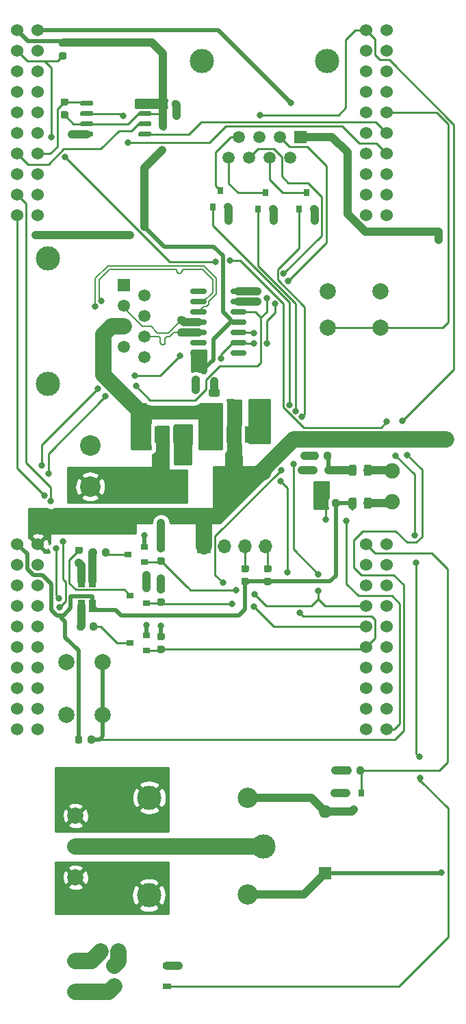
<source format=gbr>
%TF.GenerationSoftware,KiCad,Pcbnew,5.1.6-1.fc32*%
%TF.CreationDate,2021-02-06T17:56:30+01:00*%
%TF.ProjectId,New-New-ACNode-Shield,4e65772d-4e65-4772-9d41-434e6f64652d,rev?*%
%TF.SameCoordinates,Original*%
%TF.FileFunction,Copper,L1,Top*%
%TF.FilePolarity,Positive*%
%FSLAX46Y46*%
G04 Gerber Fmt 4.6, Leading zero omitted, Abs format (unit mm)*
G04 Created by KiCad (PCBNEW 5.1.6-1.fc32) date 2021-02-06 17:56:30*
%MOMM*%
%LPD*%
G01*
G04 APERTURE LIST*
%TA.AperFunction,ComponentPad*%
%ADD10C,1.524000*%
%TD*%
%TA.AperFunction,ComponentPad*%
%ADD11C,3.000000*%
%TD*%
%TA.AperFunction,ComponentPad*%
%ADD12C,2.500000*%
%TD*%
%TA.AperFunction,SMDPad,CuDef*%
%ADD13R,1.500000X2.000000*%
%TD*%
%TA.AperFunction,SMDPad,CuDef*%
%ADD14R,3.800000X2.000000*%
%TD*%
%TA.AperFunction,SMDPad,CuDef*%
%ADD15R,1.000000X0.800000*%
%TD*%
%TA.AperFunction,ComponentPad*%
%ADD16C,2.000000*%
%TD*%
%TA.AperFunction,SMDPad,CuDef*%
%ADD17R,0.800000X0.900000*%
%TD*%
%TA.AperFunction,SMDPad,CuDef*%
%ADD18R,0.900000X0.800000*%
%TD*%
%TA.AperFunction,ComponentPad*%
%ADD19C,1.900000*%
%TD*%
%TA.AperFunction,ComponentPad*%
%ADD20O,1.700000X1.700000*%
%TD*%
%TA.AperFunction,ComponentPad*%
%ADD21R,1.700000X1.700000*%
%TD*%
%TA.AperFunction,ComponentPad*%
%ADD22C,2.540000*%
%TD*%
%TA.AperFunction,ComponentPad*%
%ADD23C,1.500000*%
%TD*%
%TA.AperFunction,ComponentPad*%
%ADD24R,1.500000X1.500000*%
%TD*%
%TA.AperFunction,ComponentPad*%
%ADD25O,1.600000X1.600000*%
%TD*%
%TA.AperFunction,ComponentPad*%
%ADD26R,1.600000X1.600000*%
%TD*%
%TA.AperFunction,SMDPad,CuDef*%
%ADD27R,0.900000X1.500000*%
%TD*%
%TA.AperFunction,ViaPad*%
%ADD28C,0.800000*%
%TD*%
%TA.AperFunction,Conductor*%
%ADD29C,1.000000*%
%TD*%
%TA.AperFunction,Conductor*%
%ADD30C,0.500000*%
%TD*%
%TA.AperFunction,Conductor*%
%ADD31C,0.250000*%
%TD*%
%TA.AperFunction,Conductor*%
%ADD32C,2.000000*%
%TD*%
%TA.AperFunction,Conductor*%
%ADD33C,0.200000*%
%TD*%
%TA.AperFunction,Conductor*%
%ADD34C,0.254000*%
%TD*%
G04 APERTURE END LIST*
D10*
%TO.P,U2,80*%
%TO.N,/~DoorRelease*%
X170180000Y-132080000D03*
%TO.P,U2,79*%
%TO.N,N/C*%
X167640000Y-132080000D03*
%TO.P,U2,40*%
X127000000Y-132080000D03*
%TO.P,U2,39*%
X124460000Y-132080000D03*
%TO.P,U2,78*%
X170180000Y-129540000D03*
%TO.P,U2,77*%
X167640000Y-129540000D03*
%TO.P,U2,76*%
X170180000Y-127000000D03*
%TO.P,U2,75*%
X167640000Y-127000000D03*
%TO.P,U2,74*%
X170180000Y-124460000D03*
%TO.P,U2,73*%
X167640000Y-124460000D03*
%TO.P,U2,72*%
X170180000Y-121920000D03*
%TO.P,U2,71*%
%TO.N,/LED_B_Trigger*%
X167640000Y-121920000D03*
%TO.P,U2,70*%
%TO.N,N/C*%
X170180000Y-119380000D03*
%TO.P,U2,69*%
%TO.N,/LED_G_Trigger*%
X167640000Y-119380000D03*
%TO.P,U2,68*%
%TO.N,N/C*%
X170180000Y-116840000D03*
%TO.P,U2,67*%
%TO.N,/LED_R_Trigger*%
X167640000Y-116840000D03*
%TO.P,U2,66*%
%TO.N,N/C*%
X170180000Y-114300000D03*
%TO.P,U2,65*%
X167640000Y-114300000D03*
%TO.P,U2,64*%
X170180000Y-111760000D03*
%TO.P,U2,63*%
X167640000Y-111760000D03*
%TO.P,U2,62*%
X170180000Y-109220000D03*
%TO.P,U2,61*%
%TO.N,/ToolEnable*%
X167640000Y-109220000D03*
%TO.P,U2,60*%
%TO.N,N/C*%
X170180000Y-68580000D03*
%TO.P,U2,59*%
X167640000Y-68580000D03*
%TO.P,U2,58*%
X170180000Y-66040000D03*
%TO.P,U2,57*%
X167640000Y-66040000D03*
%TO.P,U2,56*%
X170180000Y-63500000D03*
%TO.P,U2,55*%
X167640000Y-63500000D03*
%TO.P,U2,54*%
%TO.N,/SPI_MISO*%
X170180000Y-60960000D03*
%TO.P,U2,53*%
%TO.N,N/C*%
X167640000Y-60960000D03*
%TO.P,U2,52*%
%TO.N,/SPI_MOSI*%
X170180000Y-58420000D03*
%TO.P,U2,51*%
%TO.N,N/C*%
X167640000Y-58420000D03*
%TO.P,U2,50*%
%TO.N,~Reset*%
X170180000Y-55880000D03*
%TO.P,U2,49*%
%TO.N,N/C*%
X167640000Y-55880000D03*
%TO.P,U2,48*%
X170180000Y-53340000D03*
%TO.P,U2,47*%
X167640000Y-53340000D03*
%TO.P,U2,46*%
X170180000Y-50800000D03*
%TO.P,U2,45*%
X167640000Y-50800000D03*
%TO.P,U2,44*%
X170180000Y-48260000D03*
%TO.P,U2,43*%
X167640000Y-48260000D03*
%TO.P,U2,42*%
%TO.N,GND*%
X170180000Y-45720000D03*
%TO.P,U2,41*%
%TO.N,BigButton*%
X167640000Y-45720000D03*
%TO.P,U2,38*%
%TO.N,N/C*%
X127000000Y-129540000D03*
%TO.P,U2,37*%
X124460000Y-129540000D03*
%TO.P,U2,36*%
X127000000Y-127000000D03*
%TO.P,U2,35*%
X124460000Y-127000000D03*
%TO.P,U2,34*%
X127000000Y-124460000D03*
%TO.P,U2,33*%
X124460000Y-124460000D03*
%TO.P,U2,32*%
X127000000Y-121920000D03*
%TO.P,U2,31*%
X124460000Y-121920000D03*
%TO.P,U2,30*%
X127000000Y-119380000D03*
%TO.P,U2,29*%
X124460000Y-119380000D03*
%TO.P,U2,28*%
X127000000Y-116840000D03*
%TO.P,U2,27*%
%TO.N,/Reader_SerialTx*%
X124460000Y-116840000D03*
%TO.P,U2,26*%
%TO.N,N/C*%
X127000000Y-114300000D03*
%TO.P,U2,25*%
%TO.N,/Reader_SerialRx*%
X124460000Y-114300000D03*
%TO.P,U2,24*%
%TO.N,GND*%
X127000000Y-111760000D03*
%TO.P,U2,23*%
%TO.N,N/C*%
X124460000Y-111760000D03*
%TO.P,U2,22*%
%TO.N,+5V*%
X127000000Y-109220000D03*
%TO.P,U2,21*%
%TO.N,+3V3*%
X124460000Y-109220000D03*
%TO.P,U2,20*%
%TO.N,N/C*%
X127000000Y-68580000D03*
%TO.P,U2,19*%
%TO.N,I2C_SDA*%
X124460000Y-68580000D03*
%TO.P,U2,18*%
%TO.N,N/C*%
X127000000Y-66040000D03*
%TO.P,U2,17*%
%TO.N,I2C_SCL*%
X124460000Y-66040000D03*
%TO.P,U2,16*%
%TO.N,N/C*%
X127000000Y-63500000D03*
%TO.P,U2,15*%
X124460000Y-63500000D03*
%TO.P,U2,14*%
%TO.N,/SPIFlash_CS*%
X127000000Y-60960000D03*
%TO.P,U2,13*%
%TO.N,/SPI_Clk*%
X124460000Y-60960000D03*
%TO.P,U2,12*%
%TO.N,N/C*%
X127000000Y-58420000D03*
%TO.P,U2,11*%
X124460000Y-58420000D03*
%TO.P,U2,10*%
X127000000Y-55880000D03*
%TO.P,U2,9*%
X124460000Y-55880000D03*
%TO.P,U2,8*%
X127000000Y-53340000D03*
%TO.P,U2,7*%
X124460000Y-53340000D03*
%TO.P,U2,6*%
X127000000Y-50800000D03*
%TO.P,U2,5*%
X124460000Y-50800000D03*
%TO.P,U2,4*%
%TO.N,GND*%
X127000000Y-48260000D03*
%TO.P,U2,3*%
%TO.N,/~ToolOn*%
X124460000Y-48260000D03*
%TO.P,U2,2*%
%TO.N,+5V*%
X127000000Y-45720000D03*
%TO.P,U2,1*%
%TO.N,+3V3*%
X124460000Y-45720000D03*
%TD*%
D11*
%TO.P,K1,1*%
%TO.N,Net-(J4-Pad2)*%
X154940000Y-146558000D03*
D12*
%TO.P,K1,5*%
%TO.N,+5V*%
X152990000Y-152508000D03*
D11*
%TO.P,K1,4*%
%TO.N,Net-(J4-Pad3)*%
X140740000Y-152558000D03*
%TO.P,K1,3*%
%TO.N,Net-(J4-Pad1)*%
X140790000Y-140508000D03*
D12*
%TO.P,K1,2*%
%TO.N,Net-(D2-Pad2)*%
X152990000Y-140508000D03*
%TD*%
D13*
%TO.P,U5,1*%
%TO.N,GND*%
X153430000Y-95656000D03*
%TO.P,U5,3*%
%TO.N,+12V*%
X148830000Y-95656000D03*
%TO.P,U5,2*%
%TO.N,+5V*%
X151130000Y-95656000D03*
D14*
X151130000Y-101956000D03*
%TD*%
D15*
%TO.P,U4,2*%
%TO.N,Net-(J5-Pad2)*%
X136450000Y-163830000D03*
%TO.P,U4,3*%
%TO.N,/~ToolOn*%
X142950000Y-163830000D03*
%TO.P,U4,4*%
%TO.N,GND*%
X142950000Y-161290000D03*
%TO.P,U4,1*%
%TO.N,Net-(R11-Pad1)*%
X136450000Y-161290000D03*
%TD*%
%TO.P,U3,8*%
%TO.N,+3V3*%
%TA.AperFunction,SMDPad,CuDef*%
G36*
G01*
X139452000Y-54887000D02*
X139452000Y-54587000D01*
G75*
G02*
X139602000Y-54437000I150000J0D01*
G01*
X140902000Y-54437000D01*
G75*
G02*
X141052000Y-54587000I0J-150000D01*
G01*
X141052000Y-54887000D01*
G75*
G02*
X140902000Y-55037000I-150000J0D01*
G01*
X139602000Y-55037000D01*
G75*
G02*
X139452000Y-54887000I0J150000D01*
G01*
G37*
%TD.AperFunction*%
%TO.P,U3,7*%
%TA.AperFunction,SMDPad,CuDef*%
G36*
G01*
X139452000Y-56157000D02*
X139452000Y-55857000D01*
G75*
G02*
X139602000Y-55707000I150000J0D01*
G01*
X140902000Y-55707000D01*
G75*
G02*
X141052000Y-55857000I0J-150000D01*
G01*
X141052000Y-56157000D01*
G75*
G02*
X140902000Y-56307000I-150000J0D01*
G01*
X139602000Y-56307000D01*
G75*
G02*
X139452000Y-56157000I0J150000D01*
G01*
G37*
%TD.AperFunction*%
%TO.P,U3,6*%
%TO.N,/SPI_Clk*%
%TA.AperFunction,SMDPad,CuDef*%
G36*
G01*
X139452000Y-57427000D02*
X139452000Y-57127000D01*
G75*
G02*
X139602000Y-56977000I150000J0D01*
G01*
X140902000Y-56977000D01*
G75*
G02*
X141052000Y-57127000I0J-150000D01*
G01*
X141052000Y-57427000D01*
G75*
G02*
X140902000Y-57577000I-150000J0D01*
G01*
X139602000Y-57577000D01*
G75*
G02*
X139452000Y-57427000I0J150000D01*
G01*
G37*
%TD.AperFunction*%
%TO.P,U3,5*%
%TO.N,/SPI_MOSI*%
%TA.AperFunction,SMDPad,CuDef*%
G36*
G01*
X139452000Y-58697000D02*
X139452000Y-58397000D01*
G75*
G02*
X139602000Y-58247000I150000J0D01*
G01*
X140902000Y-58247000D01*
G75*
G02*
X141052000Y-58397000I0J-150000D01*
G01*
X141052000Y-58697000D01*
G75*
G02*
X140902000Y-58847000I-150000J0D01*
G01*
X139602000Y-58847000D01*
G75*
G02*
X139452000Y-58697000I0J150000D01*
G01*
G37*
%TD.AperFunction*%
%TO.P,U3,4*%
%TO.N,GND*%
%TA.AperFunction,SMDPad,CuDef*%
G36*
G01*
X132252000Y-58697000D02*
X132252000Y-58397000D01*
G75*
G02*
X132402000Y-58247000I150000J0D01*
G01*
X133702000Y-58247000D01*
G75*
G02*
X133852000Y-58397000I0J-150000D01*
G01*
X133852000Y-58697000D01*
G75*
G02*
X133702000Y-58847000I-150000J0D01*
G01*
X132402000Y-58847000D01*
G75*
G02*
X132252000Y-58697000I0J150000D01*
G01*
G37*
%TD.AperFunction*%
%TO.P,U3,3*%
%TO.N,+3V3*%
%TA.AperFunction,SMDPad,CuDef*%
G36*
G01*
X132252000Y-57427000D02*
X132252000Y-57127000D01*
G75*
G02*
X132402000Y-56977000I150000J0D01*
G01*
X133702000Y-56977000D01*
G75*
G02*
X133852000Y-57127000I0J-150000D01*
G01*
X133852000Y-57427000D01*
G75*
G02*
X133702000Y-57577000I-150000J0D01*
G01*
X132402000Y-57577000D01*
G75*
G02*
X132252000Y-57427000I0J150000D01*
G01*
G37*
%TD.AperFunction*%
%TO.P,U3,2*%
%TO.N,/SPI_MISO*%
%TA.AperFunction,SMDPad,CuDef*%
G36*
G01*
X132252000Y-56157000D02*
X132252000Y-55857000D01*
G75*
G02*
X132402000Y-55707000I150000J0D01*
G01*
X133702000Y-55707000D01*
G75*
G02*
X133852000Y-55857000I0J-150000D01*
G01*
X133852000Y-56157000D01*
G75*
G02*
X133702000Y-56307000I-150000J0D01*
G01*
X132402000Y-56307000D01*
G75*
G02*
X132252000Y-56157000I0J150000D01*
G01*
G37*
%TD.AperFunction*%
%TO.P,U3,1*%
%TO.N,/SPIFlash_CS*%
%TA.AperFunction,SMDPad,CuDef*%
G36*
G01*
X132252000Y-54887000D02*
X132252000Y-54587000D01*
G75*
G02*
X132402000Y-54437000I150000J0D01*
G01*
X133702000Y-54437000D01*
G75*
G02*
X133852000Y-54587000I0J-150000D01*
G01*
X133852000Y-54887000D01*
G75*
G02*
X133702000Y-55037000I-150000J0D01*
G01*
X132402000Y-55037000D01*
G75*
G02*
X132252000Y-54887000I0J150000D01*
G01*
G37*
%TD.AperFunction*%
%TD*%
%TO.P,U1,14*%
%TO.N,+3V3*%
%TA.AperFunction,SMDPad,CuDef*%
G36*
G01*
X147852000Y-85448000D02*
X147852000Y-85748000D01*
G75*
G02*
X147702000Y-85898000I-150000J0D01*
G01*
X146052000Y-85898000D01*
G75*
G02*
X145902000Y-85748000I0J150000D01*
G01*
X145902000Y-85448000D01*
G75*
G02*
X146052000Y-85298000I150000J0D01*
G01*
X147702000Y-85298000D01*
G75*
G02*
X147852000Y-85448000I0J-150000D01*
G01*
G37*
%TD.AperFunction*%
%TO.P,U1,13*%
%TO.N,N/C*%
%TA.AperFunction,SMDPad,CuDef*%
G36*
G01*
X147852000Y-84178000D02*
X147852000Y-84478000D01*
G75*
G02*
X147702000Y-84628000I-150000J0D01*
G01*
X146052000Y-84628000D01*
G75*
G02*
X145902000Y-84478000I0J150000D01*
G01*
X145902000Y-84178000D01*
G75*
G02*
X146052000Y-84028000I150000J0D01*
G01*
X147702000Y-84028000D01*
G75*
G02*
X147852000Y-84178000I0J-150000D01*
G01*
G37*
%TD.AperFunction*%
%TO.P,U1,12*%
%TO.N,/422_RX+*%
%TA.AperFunction,SMDPad,CuDef*%
G36*
G01*
X147852000Y-82908000D02*
X147852000Y-83208000D01*
G75*
G02*
X147702000Y-83358000I-150000J0D01*
G01*
X146052000Y-83358000D01*
G75*
G02*
X145902000Y-83208000I0J150000D01*
G01*
X145902000Y-82908000D01*
G75*
G02*
X146052000Y-82758000I150000J0D01*
G01*
X147702000Y-82758000D01*
G75*
G02*
X147852000Y-82908000I0J-150000D01*
G01*
G37*
%TD.AperFunction*%
%TO.P,U1,11*%
%TO.N,/422_RX-*%
%TA.AperFunction,SMDPad,CuDef*%
G36*
G01*
X147852000Y-81638000D02*
X147852000Y-81938000D01*
G75*
G02*
X147702000Y-82088000I-150000J0D01*
G01*
X146052000Y-82088000D01*
G75*
G02*
X145902000Y-81938000I0J150000D01*
G01*
X145902000Y-81638000D01*
G75*
G02*
X146052000Y-81488000I150000J0D01*
G01*
X147702000Y-81488000D01*
G75*
G02*
X147852000Y-81638000I0J-150000D01*
G01*
G37*
%TD.AperFunction*%
%TO.P,U1,10*%
%TO.N,/422_TX-*%
%TA.AperFunction,SMDPad,CuDef*%
G36*
G01*
X147852000Y-80368000D02*
X147852000Y-80668000D01*
G75*
G02*
X147702000Y-80818000I-150000J0D01*
G01*
X146052000Y-80818000D01*
G75*
G02*
X145902000Y-80668000I0J150000D01*
G01*
X145902000Y-80368000D01*
G75*
G02*
X146052000Y-80218000I150000J0D01*
G01*
X147702000Y-80218000D01*
G75*
G02*
X147852000Y-80368000I0J-150000D01*
G01*
G37*
%TD.AperFunction*%
%TO.P,U1,9*%
%TO.N,/422_TX+*%
%TA.AperFunction,SMDPad,CuDef*%
G36*
G01*
X147852000Y-79098000D02*
X147852000Y-79398000D01*
G75*
G02*
X147702000Y-79548000I-150000J0D01*
G01*
X146052000Y-79548000D01*
G75*
G02*
X145902000Y-79398000I0J150000D01*
G01*
X145902000Y-79098000D01*
G75*
G02*
X146052000Y-78948000I150000J0D01*
G01*
X147702000Y-78948000D01*
G75*
G02*
X147852000Y-79098000I0J-150000D01*
G01*
G37*
%TD.AperFunction*%
%TO.P,U1,8*%
%TO.N,N/C*%
%TA.AperFunction,SMDPad,CuDef*%
G36*
G01*
X147852000Y-77828000D02*
X147852000Y-78128000D01*
G75*
G02*
X147702000Y-78278000I-150000J0D01*
G01*
X146052000Y-78278000D01*
G75*
G02*
X145902000Y-78128000I0J150000D01*
G01*
X145902000Y-77828000D01*
G75*
G02*
X146052000Y-77678000I150000J0D01*
G01*
X147702000Y-77678000D01*
G75*
G02*
X147852000Y-77828000I0J-150000D01*
G01*
G37*
%TD.AperFunction*%
%TO.P,U1,7*%
%TO.N,GND*%
%TA.AperFunction,SMDPad,CuDef*%
G36*
G01*
X152802000Y-77828000D02*
X152802000Y-78128000D01*
G75*
G02*
X152652000Y-78278000I-150000J0D01*
G01*
X151002000Y-78278000D01*
G75*
G02*
X150852000Y-78128000I0J150000D01*
G01*
X150852000Y-77828000D01*
G75*
G02*
X151002000Y-77678000I150000J0D01*
G01*
X152652000Y-77678000D01*
G75*
G02*
X152802000Y-77828000I0J-150000D01*
G01*
G37*
%TD.AperFunction*%
%TO.P,U1,6*%
%TA.AperFunction,SMDPad,CuDef*%
G36*
G01*
X152802000Y-79098000D02*
X152802000Y-79398000D01*
G75*
G02*
X152652000Y-79548000I-150000J0D01*
G01*
X151002000Y-79548000D01*
G75*
G02*
X150852000Y-79398000I0J150000D01*
G01*
X150852000Y-79098000D01*
G75*
G02*
X151002000Y-78948000I150000J0D01*
G01*
X152652000Y-78948000D01*
G75*
G02*
X152802000Y-79098000I0J-150000D01*
G01*
G37*
%TD.AperFunction*%
%TO.P,U1,5*%
%TO.N,/Reader_SerialTx*%
%TA.AperFunction,SMDPad,CuDef*%
G36*
G01*
X152802000Y-80368000D02*
X152802000Y-80668000D01*
G75*
G02*
X152652000Y-80818000I-150000J0D01*
G01*
X151002000Y-80818000D01*
G75*
G02*
X150852000Y-80668000I0J150000D01*
G01*
X150852000Y-80368000D01*
G75*
G02*
X151002000Y-80218000I150000J0D01*
G01*
X152652000Y-80218000D01*
G75*
G02*
X152802000Y-80368000I0J-150000D01*
G01*
G37*
%TD.AperFunction*%
%TO.P,U1,4*%
%TO.N,+3V3*%
%TA.AperFunction,SMDPad,CuDef*%
G36*
G01*
X152802000Y-81638000D02*
X152802000Y-81938000D01*
G75*
G02*
X152652000Y-82088000I-150000J0D01*
G01*
X151002000Y-82088000D01*
G75*
G02*
X150852000Y-81938000I0J150000D01*
G01*
X150852000Y-81638000D01*
G75*
G02*
X151002000Y-81488000I150000J0D01*
G01*
X152652000Y-81488000D01*
G75*
G02*
X152802000Y-81638000I0J-150000D01*
G01*
G37*
%TD.AperFunction*%
%TO.P,U1,3*%
%TO.N,GND*%
%TA.AperFunction,SMDPad,CuDef*%
G36*
G01*
X152802000Y-82908000D02*
X152802000Y-83208000D01*
G75*
G02*
X152652000Y-83358000I-150000J0D01*
G01*
X151002000Y-83358000D01*
G75*
G02*
X150852000Y-83208000I0J150000D01*
G01*
X150852000Y-82908000D01*
G75*
G02*
X151002000Y-82758000I150000J0D01*
G01*
X152652000Y-82758000D01*
G75*
G02*
X152802000Y-82908000I0J-150000D01*
G01*
G37*
%TD.AperFunction*%
%TO.P,U1,2*%
%TO.N,/Reader_SerialRx*%
%TA.AperFunction,SMDPad,CuDef*%
G36*
G01*
X152802000Y-84178000D02*
X152802000Y-84478000D01*
G75*
G02*
X152652000Y-84628000I-150000J0D01*
G01*
X151002000Y-84628000D01*
G75*
G02*
X150852000Y-84478000I0J150000D01*
G01*
X150852000Y-84178000D01*
G75*
G02*
X151002000Y-84028000I150000J0D01*
G01*
X152652000Y-84028000D01*
G75*
G02*
X152802000Y-84178000I0J-150000D01*
G01*
G37*
%TD.AperFunction*%
%TO.P,U1,1*%
%TO.N,N/C*%
%TA.AperFunction,SMDPad,CuDef*%
G36*
G01*
X152802000Y-85448000D02*
X152802000Y-85748000D01*
G75*
G02*
X152652000Y-85898000I-150000J0D01*
G01*
X151002000Y-85898000D01*
G75*
G02*
X150852000Y-85748000I0J150000D01*
G01*
X150852000Y-85448000D01*
G75*
G02*
X151002000Y-85298000I150000J0D01*
G01*
X152652000Y-85298000D01*
G75*
G02*
X152802000Y-85448000I0J-150000D01*
G01*
G37*
%TD.AperFunction*%
%TD*%
D16*
%TO.P,SW2,1*%
%TO.N,GND*%
X130556000Y-123802000D03*
%TO.P,SW2,2*%
%TO.N,BigButton*%
X135056000Y-123802000D03*
%TO.P,SW2,1*%
%TO.N,GND*%
X130556000Y-130302000D03*
%TO.P,SW2,2*%
%TO.N,BigButton*%
X135056000Y-130302000D03*
%TD*%
%TO.P,SW1,1*%
%TO.N,GND*%
X169400000Y-78000000D03*
%TO.P,SW1,2*%
%TO.N,~Reset*%
X169400000Y-82500000D03*
%TO.P,SW1,1*%
%TO.N,GND*%
X162900000Y-78000000D03*
%TO.P,SW1,2*%
%TO.N,~Reset*%
X162900000Y-82500000D03*
%TD*%
%TO.P,R16,2*%
%TO.N,GND*%
%TA.AperFunction,SMDPad,CuDef*%
G36*
G01*
X161702000Y-98041750D02*
X161702000Y-98554250D01*
G75*
G02*
X161483250Y-98773000I-218750J0D01*
G01*
X161045750Y-98773000D01*
G75*
G02*
X160827000Y-98554250I0J218750D01*
G01*
X160827000Y-98041750D01*
G75*
G02*
X161045750Y-97823000I218750J0D01*
G01*
X161483250Y-97823000D01*
G75*
G02*
X161702000Y-98041750I0J-218750D01*
G01*
G37*
%TD.AperFunction*%
%TO.P,R16,1*%
%TO.N,Net-(FB2-Pad1)*%
%TA.AperFunction,SMDPad,CuDef*%
G36*
G01*
X163277000Y-98041750D02*
X163277000Y-98554250D01*
G75*
G02*
X163058250Y-98773000I-218750J0D01*
G01*
X162620750Y-98773000D01*
G75*
G02*
X162402000Y-98554250I0J218750D01*
G01*
X162402000Y-98041750D01*
G75*
G02*
X162620750Y-97823000I218750J0D01*
G01*
X163058250Y-97823000D01*
G75*
G02*
X163277000Y-98041750I0J-218750D01*
G01*
G37*
%TD.AperFunction*%
%TD*%
%TO.P,R15,2*%
%TO.N,/~DoorRelease*%
%TA.AperFunction,SMDPad,CuDef*%
G36*
G01*
X162718000Y-103883750D02*
X162718000Y-104396250D01*
G75*
G02*
X162499250Y-104615000I-218750J0D01*
G01*
X162061750Y-104615000D01*
G75*
G02*
X161843000Y-104396250I0J218750D01*
G01*
X161843000Y-103883750D01*
G75*
G02*
X162061750Y-103665000I218750J0D01*
G01*
X162499250Y-103665000D01*
G75*
G02*
X162718000Y-103883750I0J-218750D01*
G01*
G37*
%TD.AperFunction*%
%TO.P,R15,1*%
%TO.N,+3V3*%
%TA.AperFunction,SMDPad,CuDef*%
G36*
G01*
X164293000Y-103883750D02*
X164293000Y-104396250D01*
G75*
G02*
X164074250Y-104615000I-218750J0D01*
G01*
X163636750Y-104615000D01*
G75*
G02*
X163418000Y-104396250I0J218750D01*
G01*
X163418000Y-103883750D01*
G75*
G02*
X163636750Y-103665000I218750J0D01*
G01*
X164074250Y-103665000D01*
G75*
G02*
X164293000Y-103883750I0J-218750D01*
G01*
G37*
%TD.AperFunction*%
%TD*%
%TO.P,R14,2*%
%TO.N,BigButton*%
%TA.AperFunction,SMDPad,CuDef*%
G36*
G01*
X133192000Y-133606250D02*
X133192000Y-133093750D01*
G75*
G02*
X133410750Y-132875000I218750J0D01*
G01*
X133848250Y-132875000D01*
G75*
G02*
X134067000Y-133093750I0J-218750D01*
G01*
X134067000Y-133606250D01*
G75*
G02*
X133848250Y-133825000I-218750J0D01*
G01*
X133410750Y-133825000D01*
G75*
G02*
X133192000Y-133606250I0J218750D01*
G01*
G37*
%TD.AperFunction*%
%TO.P,R14,1*%
%TO.N,+3V3*%
%TA.AperFunction,SMDPad,CuDef*%
G36*
G01*
X131617000Y-133606250D02*
X131617000Y-133093750D01*
G75*
G02*
X131835750Y-132875000I218750J0D01*
G01*
X132273250Y-132875000D01*
G75*
G02*
X132492000Y-133093750I0J-218750D01*
G01*
X132492000Y-133606250D01*
G75*
G02*
X132273250Y-133825000I-218750J0D01*
G01*
X131835750Y-133825000D01*
G75*
G02*
X131617000Y-133606250I0J218750D01*
G01*
G37*
%TD.AperFunction*%
%TD*%
%TO.P,R13,2*%
%TO.N,I2C_SDA*%
%TA.AperFunction,SMDPad,CuDef*%
G36*
G01*
X155704250Y-112680000D02*
X155191750Y-112680000D01*
G75*
G02*
X154973000Y-112461250I0J218750D01*
G01*
X154973000Y-112023750D01*
G75*
G02*
X155191750Y-111805000I218750J0D01*
G01*
X155704250Y-111805000D01*
G75*
G02*
X155923000Y-112023750I0J-218750D01*
G01*
X155923000Y-112461250D01*
G75*
G02*
X155704250Y-112680000I-218750J0D01*
G01*
G37*
%TD.AperFunction*%
%TO.P,R13,1*%
%TO.N,+3V3*%
%TA.AperFunction,SMDPad,CuDef*%
G36*
G01*
X155704250Y-114255000D02*
X155191750Y-114255000D01*
G75*
G02*
X154973000Y-114036250I0J218750D01*
G01*
X154973000Y-113598750D01*
G75*
G02*
X155191750Y-113380000I218750J0D01*
G01*
X155704250Y-113380000D01*
G75*
G02*
X155923000Y-113598750I0J-218750D01*
G01*
X155923000Y-114036250D01*
G75*
G02*
X155704250Y-114255000I-218750J0D01*
G01*
G37*
%TD.AperFunction*%
%TD*%
%TO.P,R12,2*%
%TO.N,I2C_SCL*%
%TA.AperFunction,SMDPad,CuDef*%
G36*
G01*
X152910250Y-112680000D02*
X152397750Y-112680000D01*
G75*
G02*
X152179000Y-112461250I0J218750D01*
G01*
X152179000Y-112023750D01*
G75*
G02*
X152397750Y-111805000I218750J0D01*
G01*
X152910250Y-111805000D01*
G75*
G02*
X153129000Y-112023750I0J-218750D01*
G01*
X153129000Y-112461250D01*
G75*
G02*
X152910250Y-112680000I-218750J0D01*
G01*
G37*
%TD.AperFunction*%
%TO.P,R12,1*%
%TO.N,+3V3*%
%TA.AperFunction,SMDPad,CuDef*%
G36*
G01*
X152910250Y-114255000D02*
X152397750Y-114255000D01*
G75*
G02*
X152179000Y-114036250I0J218750D01*
G01*
X152179000Y-113598750D01*
G75*
G02*
X152397750Y-113380000I218750J0D01*
G01*
X152910250Y-113380000D01*
G75*
G02*
X153129000Y-113598750I0J-218750D01*
G01*
X153129000Y-114036250D01*
G75*
G02*
X152910250Y-114255000I-218750J0D01*
G01*
G37*
%TD.AperFunction*%
%TD*%
%TO.P,R11,2*%
%TO.N,Net-(J5-Pad1)*%
%TA.AperFunction,SMDPad,CuDef*%
G36*
G01*
X135286000Y-159255750D02*
X135286000Y-159768250D01*
G75*
G02*
X135067250Y-159987000I-218750J0D01*
G01*
X134629750Y-159987000D01*
G75*
G02*
X134411000Y-159768250I0J218750D01*
G01*
X134411000Y-159255750D01*
G75*
G02*
X134629750Y-159037000I218750J0D01*
G01*
X135067250Y-159037000D01*
G75*
G02*
X135286000Y-159255750I0J-218750D01*
G01*
G37*
%TD.AperFunction*%
%TO.P,R11,1*%
%TO.N,Net-(R11-Pad1)*%
%TA.AperFunction,SMDPad,CuDef*%
G36*
G01*
X136861000Y-159255750D02*
X136861000Y-159768250D01*
G75*
G02*
X136642250Y-159987000I-218750J0D01*
G01*
X136204750Y-159987000D01*
G75*
G02*
X135986000Y-159768250I0J218750D01*
G01*
X135986000Y-159255750D01*
G75*
G02*
X136204750Y-159037000I218750J0D01*
G01*
X136642250Y-159037000D01*
G75*
G02*
X136861000Y-159255750I0J-218750D01*
G01*
G37*
%TD.AperFunction*%
%TD*%
%TO.P,R10,2*%
%TO.N,/~ToolOn*%
%TA.AperFunction,SMDPad,CuDef*%
G36*
G01*
X129843750Y-48450000D02*
X130356250Y-48450000D01*
G75*
G02*
X130575000Y-48668750I0J-218750D01*
G01*
X130575000Y-49106250D01*
G75*
G02*
X130356250Y-49325000I-218750J0D01*
G01*
X129843750Y-49325000D01*
G75*
G02*
X129625000Y-49106250I0J218750D01*
G01*
X129625000Y-48668750D01*
G75*
G02*
X129843750Y-48450000I218750J0D01*
G01*
G37*
%TD.AperFunction*%
%TO.P,R10,1*%
%TO.N,+3V3*%
%TA.AperFunction,SMDPad,CuDef*%
G36*
G01*
X129843750Y-46875000D02*
X130356250Y-46875000D01*
G75*
G02*
X130575000Y-47093750I0J-218750D01*
G01*
X130575000Y-47531250D01*
G75*
G02*
X130356250Y-47750000I-218750J0D01*
G01*
X129843750Y-47750000D01*
G75*
G02*
X129625000Y-47531250I0J218750D01*
G01*
X129625000Y-47093750D01*
G75*
G02*
X129843750Y-46875000I218750J0D01*
G01*
G37*
%TD.AperFunction*%
%TD*%
%TO.P,R9,2*%
%TO.N,GND*%
%TA.AperFunction,SMDPad,CuDef*%
G36*
G01*
X165766000Y-136903750D02*
X165766000Y-137416250D01*
G75*
G02*
X165547250Y-137635000I-218750J0D01*
G01*
X165109750Y-137635000D01*
G75*
G02*
X164891000Y-137416250I0J218750D01*
G01*
X164891000Y-136903750D01*
G75*
G02*
X165109750Y-136685000I218750J0D01*
G01*
X165547250Y-136685000D01*
G75*
G02*
X165766000Y-136903750I0J-218750D01*
G01*
G37*
%TD.AperFunction*%
%TO.P,R9,1*%
%TO.N,/ToolEnable*%
%TA.AperFunction,SMDPad,CuDef*%
G36*
G01*
X167341000Y-136903750D02*
X167341000Y-137416250D01*
G75*
G02*
X167122250Y-137635000I-218750J0D01*
G01*
X166684750Y-137635000D01*
G75*
G02*
X166466000Y-137416250I0J218750D01*
G01*
X166466000Y-136903750D01*
G75*
G02*
X166684750Y-136685000I218750J0D01*
G01*
X167122250Y-136685000D01*
G75*
G02*
X167341000Y-136903750I0J-218750D01*
G01*
G37*
%TD.AperFunction*%
%TD*%
%TO.P,R8,2*%
%TO.N,GND*%
%TA.AperFunction,SMDPad,CuDef*%
G36*
G01*
X142496250Y-121062000D02*
X141983750Y-121062000D01*
G75*
G02*
X141765000Y-120843250I0J218750D01*
G01*
X141765000Y-120405750D01*
G75*
G02*
X141983750Y-120187000I218750J0D01*
G01*
X142496250Y-120187000D01*
G75*
G02*
X142715000Y-120405750I0J-218750D01*
G01*
X142715000Y-120843250D01*
G75*
G02*
X142496250Y-121062000I-218750J0D01*
G01*
G37*
%TD.AperFunction*%
%TO.P,R8,1*%
%TO.N,/LED_B_Trigger*%
%TA.AperFunction,SMDPad,CuDef*%
G36*
G01*
X142496250Y-122637000D02*
X141983750Y-122637000D01*
G75*
G02*
X141765000Y-122418250I0J218750D01*
G01*
X141765000Y-121980750D01*
G75*
G02*
X141983750Y-121762000I218750J0D01*
G01*
X142496250Y-121762000D01*
G75*
G02*
X142715000Y-121980750I0J-218750D01*
G01*
X142715000Y-122418250D01*
G75*
G02*
X142496250Y-122637000I-218750J0D01*
G01*
G37*
%TD.AperFunction*%
%TD*%
%TO.P,R7,2*%
%TO.N,GND*%
%TA.AperFunction,SMDPad,CuDef*%
G36*
G01*
X142496250Y-115220000D02*
X141983750Y-115220000D01*
G75*
G02*
X141765000Y-115001250I0J218750D01*
G01*
X141765000Y-114563750D01*
G75*
G02*
X141983750Y-114345000I218750J0D01*
G01*
X142496250Y-114345000D01*
G75*
G02*
X142715000Y-114563750I0J-218750D01*
G01*
X142715000Y-115001250D01*
G75*
G02*
X142496250Y-115220000I-218750J0D01*
G01*
G37*
%TD.AperFunction*%
%TO.P,R7,1*%
%TO.N,/LED_G_Trigger*%
%TA.AperFunction,SMDPad,CuDef*%
G36*
G01*
X142496250Y-116795000D02*
X141983750Y-116795000D01*
G75*
G02*
X141765000Y-116576250I0J218750D01*
G01*
X141765000Y-116138750D01*
G75*
G02*
X141983750Y-115920000I218750J0D01*
G01*
X142496250Y-115920000D01*
G75*
G02*
X142715000Y-116138750I0J-218750D01*
G01*
X142715000Y-116576250D01*
G75*
G02*
X142496250Y-116795000I-218750J0D01*
G01*
G37*
%TD.AperFunction*%
%TD*%
%TO.P,R6,2*%
%TO.N,GND*%
%TA.AperFunction,SMDPad,CuDef*%
G36*
G01*
X142496250Y-110140000D02*
X141983750Y-110140000D01*
G75*
G02*
X141765000Y-109921250I0J218750D01*
G01*
X141765000Y-109483750D01*
G75*
G02*
X141983750Y-109265000I218750J0D01*
G01*
X142496250Y-109265000D01*
G75*
G02*
X142715000Y-109483750I0J-218750D01*
G01*
X142715000Y-109921250D01*
G75*
G02*
X142496250Y-110140000I-218750J0D01*
G01*
G37*
%TD.AperFunction*%
%TO.P,R6,1*%
%TO.N,/LED_R_Trigger*%
%TA.AperFunction,SMDPad,CuDef*%
G36*
G01*
X142496250Y-111715000D02*
X141983750Y-111715000D01*
G75*
G02*
X141765000Y-111496250I0J218750D01*
G01*
X141765000Y-111058750D01*
G75*
G02*
X141983750Y-110840000I218750J0D01*
G01*
X142496250Y-110840000D01*
G75*
G02*
X142715000Y-111058750I0J-218750D01*
G01*
X142715000Y-111496250D01*
G75*
G02*
X142496250Y-111715000I-218750J0D01*
G01*
G37*
%TD.AperFunction*%
%TD*%
%TO.P,R5,2*%
%TO.N,Net-(Q6-Pad3)*%
%TA.AperFunction,SMDPad,CuDef*%
G36*
G01*
X133446000Y-119636250D02*
X133446000Y-119123750D01*
G75*
G02*
X133664750Y-118905000I218750J0D01*
G01*
X134102250Y-118905000D01*
G75*
G02*
X134321000Y-119123750I0J-218750D01*
G01*
X134321000Y-119636250D01*
G75*
G02*
X134102250Y-119855000I-218750J0D01*
G01*
X133664750Y-119855000D01*
G75*
G02*
X133446000Y-119636250I0J218750D01*
G01*
G37*
%TD.AperFunction*%
%TO.P,R5,1*%
%TO.N,Net-(D1-Pad2)*%
%TA.AperFunction,SMDPad,CuDef*%
G36*
G01*
X131871000Y-119636250D02*
X131871000Y-119123750D01*
G75*
G02*
X132089750Y-118905000I218750J0D01*
G01*
X132527250Y-118905000D01*
G75*
G02*
X132746000Y-119123750I0J-218750D01*
G01*
X132746000Y-119636250D01*
G75*
G02*
X132527250Y-119855000I-218750J0D01*
G01*
X132089750Y-119855000D01*
G75*
G02*
X131871000Y-119636250I0J218750D01*
G01*
G37*
%TD.AperFunction*%
%TD*%
%TO.P,R4,2*%
%TO.N,Net-(Q5-Pad3)*%
%TA.AperFunction,SMDPad,CuDef*%
G36*
G01*
X132336250Y-110394000D02*
X131823750Y-110394000D01*
G75*
G02*
X131605000Y-110175250I0J218750D01*
G01*
X131605000Y-109737750D01*
G75*
G02*
X131823750Y-109519000I218750J0D01*
G01*
X132336250Y-109519000D01*
G75*
G02*
X132555000Y-109737750I0J-218750D01*
G01*
X132555000Y-110175250D01*
G75*
G02*
X132336250Y-110394000I-218750J0D01*
G01*
G37*
%TD.AperFunction*%
%TO.P,R4,1*%
%TO.N,Net-(D1-Pad4)*%
%TA.AperFunction,SMDPad,CuDef*%
G36*
G01*
X132336250Y-111969000D02*
X131823750Y-111969000D01*
G75*
G02*
X131605000Y-111750250I0J218750D01*
G01*
X131605000Y-111312750D01*
G75*
G02*
X131823750Y-111094000I218750J0D01*
G01*
X132336250Y-111094000D01*
G75*
G02*
X132555000Y-111312750I0J-218750D01*
G01*
X132555000Y-111750250D01*
G75*
G02*
X132336250Y-111969000I-218750J0D01*
G01*
G37*
%TD.AperFunction*%
%TD*%
%TO.P,R3,2*%
%TO.N,Net-(Q4-Pad3)*%
%TA.AperFunction,SMDPad,CuDef*%
G36*
G01*
X134970000Y-110492250D02*
X134970000Y-109979750D01*
G75*
G02*
X135188750Y-109761000I218750J0D01*
G01*
X135626250Y-109761000D01*
G75*
G02*
X135845000Y-109979750I0J-218750D01*
G01*
X135845000Y-110492250D01*
G75*
G02*
X135626250Y-110711000I-218750J0D01*
G01*
X135188750Y-110711000D01*
G75*
G02*
X134970000Y-110492250I0J218750D01*
G01*
G37*
%TD.AperFunction*%
%TO.P,R3,1*%
%TO.N,Net-(D1-Pad3)*%
%TA.AperFunction,SMDPad,CuDef*%
G36*
G01*
X133395000Y-110492250D02*
X133395000Y-109979750D01*
G75*
G02*
X133613750Y-109761000I218750J0D01*
G01*
X134051250Y-109761000D01*
G75*
G02*
X134270000Y-109979750I0J-218750D01*
G01*
X134270000Y-110492250D01*
G75*
G02*
X134051250Y-110711000I-218750J0D01*
G01*
X133613750Y-110711000D01*
G75*
G02*
X133395000Y-110492250I0J218750D01*
G01*
G37*
%TD.AperFunction*%
%TD*%
%TO.P,R2,2*%
%TO.N,/SPIFlash_CS*%
%TA.AperFunction,SMDPad,CuDef*%
G36*
G01*
X130558250Y-55022000D02*
X130045750Y-55022000D01*
G75*
G02*
X129827000Y-54803250I0J218750D01*
G01*
X129827000Y-54365750D01*
G75*
G02*
X130045750Y-54147000I218750J0D01*
G01*
X130558250Y-54147000D01*
G75*
G02*
X130777000Y-54365750I0J-218750D01*
G01*
X130777000Y-54803250D01*
G75*
G02*
X130558250Y-55022000I-218750J0D01*
G01*
G37*
%TD.AperFunction*%
%TO.P,R2,1*%
%TO.N,+3V3*%
%TA.AperFunction,SMDPad,CuDef*%
G36*
G01*
X130558250Y-56597000D02*
X130045750Y-56597000D01*
G75*
G02*
X129827000Y-56378250I0J218750D01*
G01*
X129827000Y-55940750D01*
G75*
G02*
X130045750Y-55722000I218750J0D01*
G01*
X130558250Y-55722000D01*
G75*
G02*
X130777000Y-55940750I0J-218750D01*
G01*
X130777000Y-56378250D01*
G75*
G02*
X130558250Y-56597000I-218750J0D01*
G01*
G37*
%TD.AperFunction*%
%TD*%
%TO.P,R1,2*%
%TO.N,/422_RX+*%
%TA.AperFunction,SMDPad,CuDef*%
G36*
G01*
X144523750Y-82646000D02*
X145036250Y-82646000D01*
G75*
G02*
X145255000Y-82864750I0J-218750D01*
G01*
X145255000Y-83302250D01*
G75*
G02*
X145036250Y-83521000I-218750J0D01*
G01*
X144523750Y-83521000D01*
G75*
G02*
X144305000Y-83302250I0J218750D01*
G01*
X144305000Y-82864750D01*
G75*
G02*
X144523750Y-82646000I218750J0D01*
G01*
G37*
%TD.AperFunction*%
%TO.P,R1,1*%
%TO.N,/422_RX-*%
%TA.AperFunction,SMDPad,CuDef*%
G36*
G01*
X144523750Y-81071000D02*
X145036250Y-81071000D01*
G75*
G02*
X145255000Y-81289750I0J-218750D01*
G01*
X145255000Y-81727250D01*
G75*
G02*
X145036250Y-81946000I-218750J0D01*
G01*
X144523750Y-81946000D01*
G75*
G02*
X144305000Y-81727250I0J218750D01*
G01*
X144305000Y-81289750D01*
G75*
G02*
X144523750Y-81071000I218750J0D01*
G01*
G37*
%TD.AperFunction*%
%TD*%
D17*
%TO.P,Q9,3*%
%TO.N,/~DoorRelease*%
X162052000Y-102092000D03*
%TO.P,Q9,2*%
%TO.N,GND*%
X161102000Y-100092000D03*
%TO.P,Q9,1*%
%TO.N,Net-(FB2-Pad1)*%
X163002000Y-100092000D03*
%TD*%
%TO.P,Q8,3*%
%TO.N,Net-(D2-Pad2)*%
X166116000Y-141970000D03*
%TO.P,Q8,2*%
%TO.N,GND*%
X165166000Y-139970000D03*
%TO.P,Q8,1*%
%TO.N,/ToolEnable*%
X167066000Y-139970000D03*
%TD*%
D13*
%TO.P,Q7,1*%
%TO.N,GND*%
X144540000Y-95656000D03*
%TO.P,Q7,3*%
%TO.N,+12V*%
X139940000Y-95656000D03*
%TO.P,Q7,2*%
%TO.N,Net-(J3-Pad2)*%
X142240000Y-95656000D03*
D14*
%TO.P,Q7,4*%
X142240000Y-101956000D03*
%TD*%
D18*
%TO.P,Q6,3*%
%TO.N,Net-(Q6-Pad3)*%
X138446000Y-121412000D03*
%TO.P,Q6,2*%
%TO.N,GND*%
X140446000Y-120462000D03*
%TO.P,Q6,1*%
%TO.N,/LED_B_Trigger*%
X140446000Y-122362000D03*
%TD*%
%TO.P,Q5,3*%
%TO.N,Net-(Q5-Pad3)*%
X138446000Y-115570000D03*
%TO.P,Q5,2*%
%TO.N,GND*%
X140446000Y-114620000D03*
%TO.P,Q5,1*%
%TO.N,/LED_G_Trigger*%
X140446000Y-116520000D03*
%TD*%
%TO.P,Q4,3*%
%TO.N,Net-(Q4-Pad3)*%
X138192000Y-110490000D03*
%TO.P,Q4,2*%
%TO.N,GND*%
X140192000Y-109540000D03*
%TO.P,Q4,1*%
%TO.N,/LED_R_Trigger*%
X140192000Y-111440000D03*
%TD*%
D17*
%TO.P,Q3,3*%
%TO.N,/LED_Blue_Cathode*%
X155194000Y-65802000D03*
%TO.P,Q3,2*%
%TO.N,GND*%
X156144000Y-67802000D03*
%TO.P,Q3,1*%
%TO.N,/LED_B_Trigger*%
X154244000Y-67802000D03*
%TD*%
%TO.P,Q2,3*%
%TO.N,/LED_Green_Cathode*%
X149606000Y-65548000D03*
%TO.P,Q2,2*%
%TO.N,GND*%
X150556000Y-67548000D03*
%TO.P,Q2,1*%
%TO.N,/LED_G_Trigger*%
X148656000Y-67548000D03*
%TD*%
%TO.P,Q1,3*%
%TO.N,/LED_Red_Cathode*%
X160274000Y-65802000D03*
%TO.P,Q1,2*%
%TO.N,GND*%
X161224000Y-67802000D03*
%TO.P,Q1,1*%
%TO.N,/LED_R_Trigger*%
X159324000Y-67802000D03*
%TD*%
D19*
%TO.P,J7,2*%
%TO.N,Net-(FB2-Pad2)*%
X170844000Y-100198000D03*
%TO.P,J7,1*%
%TO.N,Net-(FB1-Pad1)*%
X170844000Y-104008000D03*
%TD*%
D20*
%TO.P,J6,4*%
%TO.N,I2C_SDA*%
X155194000Y-109474000D03*
%TO.P,J6,3*%
%TO.N,I2C_SCL*%
X152654000Y-109474000D03*
%TO.P,J6,2*%
%TO.N,GND*%
X150114000Y-109474000D03*
D21*
%TO.P,J6,1*%
%TO.N,+5V*%
X147574000Y-109474000D03*
%TD*%
D19*
%TO.P,J5,2*%
%TO.N,Net-(J5-Pad2)*%
X131670000Y-164470000D03*
%TO.P,J5,1*%
%TO.N,Net-(J5-Pad1)*%
X131670000Y-160660000D03*
%TD*%
D16*
%TO.P,J4,3*%
%TO.N,Net-(J4-Pad3)*%
X131670000Y-150368000D03*
%TO.P,J4,2*%
%TO.N,Net-(J4-Pad2)*%
X131670000Y-146558000D03*
%TO.P,J4,1*%
%TO.N,Net-(J4-Pad1)*%
X131670000Y-142748000D03*
%TD*%
D22*
%TO.P,J3,2*%
%TO.N,Net-(J3-Pad2)*%
X133490000Y-102088000D03*
%TO.P,J3,1*%
%TO.N,GND*%
X133490000Y-97008000D03*
%TD*%
D23*
%TO.P,J2,6*%
%TO.N,/Reader_SerialTx*%
X153162000Y-61468000D03*
%TO.P,J2,8*%
%TO.N,/LED_Blue_Cathode*%
X150622000Y-61468000D03*
D11*
%TO.P,J2,SH*%
%TO.N,GND*%
X162837000Y-49528000D03*
D23*
%TO.P,J2,2*%
X158242000Y-61468000D03*
D24*
%TO.P,J2,1*%
%TO.N,+5V*%
X159512000Y-58928000D03*
D23*
%TO.P,J2,7*%
%TO.N,/LED_Green_Cathode*%
X151892000Y-58928000D03*
%TO.P,J2,4*%
%TO.N,/LED_Red_Cathode*%
X155702000Y-61468000D03*
%TO.P,J2,5*%
%TO.N,BigButton*%
X154432000Y-58928000D03*
%TO.P,J2,3*%
%TO.N,/Reader_SerialRx*%
X156972000Y-58928000D03*
D11*
%TO.P,J2,SH*%
%TO.N,GND*%
X147297000Y-49528000D03*
%TD*%
D23*
%TO.P,J1,6*%
%TO.N,/422_RX+*%
X140208000Y-83566000D03*
%TO.P,J1,8*%
%TO.N,/422_TX+*%
X140208000Y-86106000D03*
D11*
%TO.P,J1,SH*%
%TO.N,GND*%
X128268000Y-73891000D03*
D23*
%TO.P,J1,2*%
X140208000Y-78486000D03*
D24*
%TO.P,J1,1*%
X137668000Y-77216000D03*
D23*
%TO.P,J1,7*%
%TO.N,/422_TX-*%
X137668000Y-84836000D03*
%TO.P,J1,4*%
%TO.N,+12V*%
X140208000Y-81026000D03*
%TO.P,J1,5*%
X137668000Y-82296000D03*
%TO.P,J1,3*%
%TO.N,/422_RX-*%
X137668000Y-79756000D03*
D11*
%TO.P,J1,SH*%
%TO.N,GND*%
X128268000Y-89431000D03*
%TD*%
%TO.P,FB2,2*%
%TO.N,Net-(FB2-Pad2)*%
%TA.AperFunction,SMDPad,CuDef*%
G36*
G01*
X167328000Y-100532250D02*
X167328000Y-99619750D01*
G75*
G02*
X167571750Y-99376000I243750J0D01*
G01*
X168059250Y-99376000D01*
G75*
G02*
X168303000Y-99619750I0J-243750D01*
G01*
X168303000Y-100532250D01*
G75*
G02*
X168059250Y-100776000I-243750J0D01*
G01*
X167571750Y-100776000D01*
G75*
G02*
X167328000Y-100532250I0J243750D01*
G01*
G37*
%TD.AperFunction*%
%TO.P,FB2,1*%
%TO.N,Net-(FB2-Pad1)*%
%TA.AperFunction,SMDPad,CuDef*%
G36*
G01*
X165453000Y-100532250D02*
X165453000Y-99619750D01*
G75*
G02*
X165696750Y-99376000I243750J0D01*
G01*
X166184250Y-99376000D01*
G75*
G02*
X166428000Y-99619750I0J-243750D01*
G01*
X166428000Y-100532250D01*
G75*
G02*
X166184250Y-100776000I-243750J0D01*
G01*
X165696750Y-100776000D01*
G75*
G02*
X165453000Y-100532250I0J243750D01*
G01*
G37*
%TD.AperFunction*%
%TD*%
%TO.P,FB1,2*%
%TO.N,+3V3*%
%TA.AperFunction,SMDPad,CuDef*%
G36*
G01*
X166428000Y-103683750D02*
X166428000Y-104596250D01*
G75*
G02*
X166184250Y-104840000I-243750J0D01*
G01*
X165696750Y-104840000D01*
G75*
G02*
X165453000Y-104596250I0J243750D01*
G01*
X165453000Y-103683750D01*
G75*
G02*
X165696750Y-103440000I243750J0D01*
G01*
X166184250Y-103440000D01*
G75*
G02*
X166428000Y-103683750I0J-243750D01*
G01*
G37*
%TD.AperFunction*%
%TO.P,FB1,1*%
%TO.N,Net-(FB1-Pad1)*%
%TA.AperFunction,SMDPad,CuDef*%
G36*
G01*
X168303000Y-103683750D02*
X168303000Y-104596250D01*
G75*
G02*
X168059250Y-104840000I-243750J0D01*
G01*
X167571750Y-104840000D01*
G75*
G02*
X167328000Y-104596250I0J243750D01*
G01*
X167328000Y-103683750D01*
G75*
G02*
X167571750Y-103440000I243750J0D01*
G01*
X168059250Y-103440000D01*
G75*
G02*
X168303000Y-103683750I0J-243750D01*
G01*
G37*
%TD.AperFunction*%
%TD*%
D25*
%TO.P,D2,2*%
%TO.N,Net-(D2-Pad2)*%
X162560000Y-142240000D03*
D26*
%TO.P,D2,1*%
%TO.N,+5V*%
X162560000Y-149860000D03*
%TD*%
D27*
%TO.P,D1,2*%
%TO.N,Net-(D1-Pad2)*%
X132396000Y-116866000D03*
%TO.P,D1,1*%
%TO.N,+3V3*%
X133796000Y-116866000D03*
%TO.P,D1,4*%
%TO.N,Net-(D1-Pad4)*%
X132396000Y-113766000D03*
%TO.P,D1,3*%
%TO.N,Net-(D1-Pad3)*%
X133796000Y-113766000D03*
%TD*%
%TO.P,C4,2*%
%TO.N,GND*%
%TA.AperFunction,SMDPad,CuDef*%
G36*
G01*
X153104000Y-92912250D02*
X153104000Y-91999750D01*
G75*
G02*
X153347750Y-91756000I243750J0D01*
G01*
X153835250Y-91756000D01*
G75*
G02*
X154079000Y-91999750I0J-243750D01*
G01*
X154079000Y-92912250D01*
G75*
G02*
X153835250Y-93156000I-243750J0D01*
G01*
X153347750Y-93156000D01*
G75*
G02*
X153104000Y-92912250I0J243750D01*
G01*
G37*
%TD.AperFunction*%
%TO.P,C4,1*%
%TO.N,+5V*%
%TA.AperFunction,SMDPad,CuDef*%
G36*
G01*
X151229000Y-92912250D02*
X151229000Y-91999750D01*
G75*
G02*
X151472750Y-91756000I243750J0D01*
G01*
X151960250Y-91756000D01*
G75*
G02*
X152204000Y-91999750I0J-243750D01*
G01*
X152204000Y-92912250D01*
G75*
G02*
X151960250Y-93156000I-243750J0D01*
G01*
X151472750Y-93156000D01*
G75*
G02*
X151229000Y-92912250I0J243750D01*
G01*
G37*
%TD.AperFunction*%
%TD*%
%TO.P,C3,2*%
%TO.N,GND*%
%TA.AperFunction,SMDPad,CuDef*%
G36*
G01*
X149300250Y-90990000D02*
X148387750Y-90990000D01*
G75*
G02*
X148144000Y-90746250I0J243750D01*
G01*
X148144000Y-90258750D01*
G75*
G02*
X148387750Y-90015000I243750J0D01*
G01*
X149300250Y-90015000D01*
G75*
G02*
X149544000Y-90258750I0J-243750D01*
G01*
X149544000Y-90746250D01*
G75*
G02*
X149300250Y-90990000I-243750J0D01*
G01*
G37*
%TD.AperFunction*%
%TO.P,C3,1*%
%TO.N,+12V*%
%TA.AperFunction,SMDPad,CuDef*%
G36*
G01*
X149300250Y-92865000D02*
X148387750Y-92865000D01*
G75*
G02*
X148144000Y-92621250I0J243750D01*
G01*
X148144000Y-92133750D01*
G75*
G02*
X148387750Y-91890000I243750J0D01*
G01*
X149300250Y-91890000D01*
G75*
G02*
X149544000Y-92133750I0J-243750D01*
G01*
X149544000Y-92621250D01*
G75*
G02*
X149300250Y-92865000I-243750J0D01*
G01*
G37*
%TD.AperFunction*%
%TD*%
%TO.P,C2,2*%
%TO.N,+3V3*%
%TA.AperFunction,SMDPad,CuDef*%
G36*
G01*
X142906000Y-54607750D02*
X142906000Y-55120250D01*
G75*
G02*
X142687250Y-55339000I-218750J0D01*
G01*
X142249750Y-55339000D01*
G75*
G02*
X142031000Y-55120250I0J218750D01*
G01*
X142031000Y-54607750D01*
G75*
G02*
X142249750Y-54389000I218750J0D01*
G01*
X142687250Y-54389000D01*
G75*
G02*
X142906000Y-54607750I0J-218750D01*
G01*
G37*
%TD.AperFunction*%
%TO.P,C2,1*%
%TO.N,GND*%
%TA.AperFunction,SMDPad,CuDef*%
G36*
G01*
X144481000Y-54607750D02*
X144481000Y-55120250D01*
G75*
G02*
X144262250Y-55339000I-218750J0D01*
G01*
X143824750Y-55339000D01*
G75*
G02*
X143606000Y-55120250I0J218750D01*
G01*
X143606000Y-54607750D01*
G75*
G02*
X143824750Y-54389000I218750J0D01*
G01*
X144262250Y-54389000D01*
G75*
G02*
X144481000Y-54607750I0J-218750D01*
G01*
G37*
%TD.AperFunction*%
%TD*%
%TO.P,C1,2*%
%TO.N,GND*%
%TA.AperFunction,SMDPad,CuDef*%
G36*
G01*
X146301750Y-88488000D02*
X146814250Y-88488000D01*
G75*
G02*
X147033000Y-88706750I0J-218750D01*
G01*
X147033000Y-89144250D01*
G75*
G02*
X146814250Y-89363000I-218750J0D01*
G01*
X146301750Y-89363000D01*
G75*
G02*
X146083000Y-89144250I0J218750D01*
G01*
X146083000Y-88706750D01*
G75*
G02*
X146301750Y-88488000I218750J0D01*
G01*
G37*
%TD.AperFunction*%
%TO.P,C1,1*%
%TO.N,+3V3*%
%TA.AperFunction,SMDPad,CuDef*%
G36*
G01*
X146301750Y-86913000D02*
X146814250Y-86913000D01*
G75*
G02*
X147033000Y-87131750I0J-218750D01*
G01*
X147033000Y-87569250D01*
G75*
G02*
X146814250Y-87788000I-218750J0D01*
G01*
X146301750Y-87788000D01*
G75*
G02*
X146083000Y-87569250I0J218750D01*
G01*
X146083000Y-87131750D01*
G75*
G02*
X146301750Y-86913000I218750J0D01*
G01*
G37*
%TD.AperFunction*%
%TD*%
D28*
%TO.N,GND*%
X140208000Y-108077000D03*
X142240000Y-113411000D03*
X140462000Y-113030000D03*
X140462000Y-119189500D03*
X144399000Y-161290000D03*
X163830000Y-137160000D03*
X163703000Y-139954000D03*
X155194000Y-92456000D03*
X155194000Y-93726000D03*
X155194000Y-94869000D03*
X155194000Y-95885000D03*
X153543000Y-93980000D03*
X144399000Y-98044000D03*
X145542000Y-98044000D03*
X145542000Y-99060000D03*
X144399000Y-99060000D03*
X160020000Y-98298000D03*
X159639000Y-100076000D03*
X154178000Y-77978000D03*
X154178000Y-79248000D03*
X148844000Y-89027000D03*
X146558000Y-90170000D03*
X131191000Y-58547000D03*
X144145000Y-56261000D03*
X161290000Y-69215000D03*
X156210000Y-69215000D03*
X150622000Y-69215000D03*
X142240000Y-119253000D03*
X142240000Y-106574990D03*
X153700000Y-83100000D03*
%TO.N,+3V3*%
X142600000Y-57700000D03*
X142400000Y-60499964D03*
X126700000Y-71000000D03*
X138400000Y-71000000D03*
X140200000Y-70000000D03*
%TO.N,+5V*%
X176500000Y-96300000D03*
X177500000Y-96300000D03*
X176600000Y-70600000D03*
X176600000Y-71600000D03*
X158300000Y-54700000D03*
X176900000Y-149800000D03*
%TO.N,/422_TX+*%
X134864232Y-79130768D03*
%TO.N,/422_TX-*%
X134121768Y-79873232D03*
%TO.N,/Reader_SerialTx*%
X128300000Y-100500000D03*
X135400000Y-90900000D03*
X139200000Y-89700000D03*
X130100000Y-108900000D03*
X129700004Y-117000000D03*
X155322439Y-78820760D03*
X157400000Y-75800000D03*
%TO.N,BigButton*%
X154500000Y-56200000D03*
X172100000Y-94000000D03*
X172700000Y-98200000D03*
%TO.N,/Reader_SerialRx*%
X129300000Y-109700000D03*
X127500000Y-99500000D03*
X134400000Y-90000000D03*
X139000000Y-88400000D03*
X144600000Y-85900000D03*
X149700000Y-86300000D03*
X129600000Y-115899996D03*
X156320190Y-79479810D03*
X155325000Y-84400000D03*
X153700000Y-84400000D03*
X158000000Y-76700002D03*
%TO.N,I2C_SDA*%
X127800000Y-103200000D03*
%TO.N,I2C_SCL*%
X128600000Y-103925010D03*
%TO.N,/LED_R_Trigger*%
X153800000Y-115400000D03*
X151500000Y-114900000D03*
X158625000Y-99300000D03*
X161699998Y-115000000D03*
X161700000Y-112900000D03*
X159626188Y-93500868D03*
%TO.N,/LED_G_Trigger*%
X153700000Y-116900000D03*
X151000000Y-116600000D03*
X149900000Y-114000000D03*
X157083486Y-100091195D03*
X158154275Y-92028955D03*
%TO.N,/LED_B_Trigger*%
X157900000Y-112700000D03*
X159400000Y-117700000D03*
X157000000Y-101400000D03*
X158919073Y-92793754D03*
%TO.N,/~DoorRelease*%
X165200000Y-106300000D03*
X162600000Y-106200000D03*
%TO.N,/~ToolOn*%
X174300000Y-138100000D03*
X174200000Y-135500000D03*
X173800000Y-111500000D03*
X128675000Y-58900000D03*
X130400000Y-61400000D03*
X171300000Y-98300000D03*
X173600000Y-108100000D03*
X170200000Y-94100002D03*
X149000000Y-74300000D03*
X150800000Y-74200000D03*
%TO.N,/SPI_MISO*%
X137541000Y-56261000D03*
X138176000Y-59626500D03*
%TD*%
D29*
%TO.N,GND*%
X142240000Y-114782500D02*
X142240000Y-113411000D01*
X140446000Y-113046000D02*
X140462000Y-113030000D01*
X140446000Y-114620000D02*
X140446000Y-113046000D01*
X144399000Y-161290000D02*
X142950000Y-161290000D01*
X165328500Y-137160000D02*
X163830000Y-137160000D01*
X165150000Y-139954000D02*
X165166000Y-139970000D01*
X163703000Y-139954000D02*
X165150000Y-139954000D01*
X160020000Y-98298000D02*
X161264500Y-98298000D01*
X159655000Y-100092000D02*
X159639000Y-100076000D01*
X161102000Y-100092000D02*
X159655000Y-100092000D01*
X154178000Y-77978000D02*
X151827000Y-77978000D01*
X151827000Y-79248000D02*
X154178000Y-79248000D01*
X148844000Y-89027000D02*
X148844000Y-90502500D01*
X146558000Y-90170000D02*
X146558000Y-88925500D01*
X133052000Y-58547000D02*
X131191000Y-58547000D01*
X144145000Y-54965500D02*
X144043500Y-54864000D01*
X144145000Y-56261000D02*
X144145000Y-54965500D01*
X150622000Y-67614000D02*
X150556000Y-67548000D01*
X150622000Y-69215000D02*
X150622000Y-67614000D01*
X156210000Y-67868000D02*
X156144000Y-67802000D01*
X156210000Y-69215000D02*
X156210000Y-67868000D01*
X161290000Y-67868000D02*
X161224000Y-67802000D01*
X161290000Y-69215000D02*
X161290000Y-67868000D01*
D30*
X142240000Y-120624500D02*
X142240000Y-119253000D01*
X140446000Y-119205500D02*
X140462000Y-119189500D01*
X140446000Y-120462000D02*
X140446000Y-119205500D01*
D29*
X142240000Y-109702500D02*
X142240000Y-106574990D01*
D30*
X140208000Y-109524000D02*
X140192000Y-109540000D01*
X140208000Y-108077000D02*
X140208000Y-109524000D01*
D31*
X153658000Y-83058000D02*
X153700000Y-83100000D01*
X151827000Y-83058000D02*
X153658000Y-83058000D01*
%TO.N,+3V3*%
X140252000Y-56007000D02*
X141986000Y-56007000D01*
X142468500Y-55524500D02*
X142468500Y-54864000D01*
X141986000Y-56007000D02*
X142468500Y-55524500D01*
X131419500Y-57277000D02*
X133052000Y-57277000D01*
X130302000Y-56159500D02*
X131419500Y-57277000D01*
X138182000Y-57277000D02*
X133052000Y-57277000D01*
X139452000Y-56007000D02*
X138182000Y-57277000D01*
X140252000Y-56007000D02*
X139452000Y-56007000D01*
D30*
X134300001Y-117370001D02*
X136674001Y-117370001D01*
X133796000Y-116866000D02*
X134300001Y-117370001D01*
X136674001Y-117370001D02*
X137350500Y-118046500D01*
X137350500Y-118046500D02*
X151892000Y-118046500D01*
X152654000Y-117284500D02*
X152654000Y-113817500D01*
X151892000Y-118046500D02*
X152654000Y-117284500D01*
X152654000Y-113817500D02*
X155448000Y-113817500D01*
X155448000Y-113817500D02*
X163169500Y-113817500D01*
X163855500Y-113131500D02*
X163855500Y-104140000D01*
X163169500Y-113817500D02*
X163855500Y-113131500D01*
X163855500Y-104140000D02*
X165940500Y-104140000D01*
X130212500Y-47200000D02*
X130100000Y-47312500D01*
X125787999Y-47047999D02*
X124460000Y-45720000D01*
X129835499Y-47047999D02*
X125787999Y-47047999D01*
X130100000Y-47312500D02*
X129835499Y-47047999D01*
X142468500Y-57568500D02*
X142600000Y-57700000D01*
D29*
X141100000Y-47200000D02*
X130212500Y-47200000D01*
X142468500Y-48568500D02*
X141100000Y-47200000D01*
X142468500Y-54864000D02*
X142468500Y-48568500D01*
D30*
X165940500Y-104140000D02*
X165940500Y-104840500D01*
X130400000Y-120700000D02*
X132054500Y-122354500D01*
X132054500Y-122354500D02*
X132054500Y-133350000D01*
X129900000Y-118000000D02*
X129900000Y-118300000D01*
X130400000Y-118800000D02*
X130400000Y-120700000D01*
X129900000Y-118300000D02*
X130400000Y-118800000D01*
X133796000Y-115616000D02*
X133796000Y-116866000D01*
X131034002Y-115616000D02*
X133796000Y-115616000D01*
X130158004Y-118000000D02*
X131034002Y-117124002D01*
X129900000Y-118000000D02*
X130158004Y-118000000D01*
X131034002Y-117124002D02*
X131034002Y-115616000D01*
X124460000Y-109220000D02*
X125672001Y-110432001D01*
X128649998Y-114108000D02*
X128649998Y-117308002D01*
X128649998Y-117308002D02*
X129341996Y-118000000D01*
X125672001Y-110432001D02*
X125672001Y-112225763D01*
X129341996Y-118000000D02*
X129900000Y-118000000D01*
X127541998Y-113000000D02*
X128649998Y-114108000D01*
X126446238Y-113000000D02*
X127541998Y-113000000D01*
X125672001Y-112225763D02*
X126446238Y-113000000D01*
D29*
X126700000Y-71000000D02*
X138400000Y-71000000D01*
X140200000Y-62699964D02*
X142400000Y-60499964D01*
X140200000Y-70000000D02*
X140200000Y-62699964D01*
X142468500Y-54864000D02*
X142468500Y-57568500D01*
D30*
X150852000Y-81788000D02*
X151827000Y-81788000D01*
X150852000Y-81452000D02*
X150852000Y-81788000D01*
X149949999Y-80549999D02*
X150852000Y-81452000D01*
X149949999Y-73849999D02*
X149949999Y-80549999D01*
X149900000Y-73800000D02*
X149949999Y-73849999D01*
X149900000Y-73600000D02*
X149900000Y-73800000D01*
X148750000Y-72450000D02*
X149900000Y-73600000D01*
X142650000Y-72450000D02*
X148750000Y-72450000D01*
X140200000Y-70000000D02*
X142650000Y-72450000D01*
X147749500Y-87350500D02*
X146558000Y-87350500D01*
X148700000Y-86400000D02*
X147749500Y-87350500D01*
X148700000Y-83940000D02*
X148700000Y-86400000D01*
X150852000Y-81788000D02*
X148700000Y-83940000D01*
D32*
%TO.N,+12V*%
X135971999Y-89108999D02*
X139446000Y-92583000D01*
X135128000Y-88265000D02*
X135971999Y-89108999D01*
X135128000Y-83312000D02*
X135128000Y-88265000D01*
X136144000Y-82296000D02*
X135128000Y-83312000D01*
X137668000Y-82296000D02*
X136144000Y-82296000D01*
%TO.N,+5V*%
X177500000Y-96300000D02*
X176500000Y-96300000D01*
D29*
X159912000Y-152508000D02*
X162560000Y-149860000D01*
X152990000Y-152508000D02*
X159912000Y-152508000D01*
D32*
X147574000Y-109474000D02*
X147574000Y-105918000D01*
D30*
X151701500Y-92441000D02*
X151716500Y-92456000D01*
D29*
X176600000Y-71600000D02*
X176600000Y-70600000D01*
D30*
X127000000Y-45720000D02*
X149320000Y-45720000D01*
X149320000Y-45720000D02*
X158300000Y-54700000D01*
X176840000Y-149860000D02*
X176900000Y-149800000D01*
X162560000Y-149860000D02*
X176840000Y-149860000D01*
D29*
X163428000Y-58928000D02*
X165300000Y-60800000D01*
X159512000Y-58928000D02*
X163428000Y-58928000D01*
X165300000Y-60800000D02*
X165300000Y-68403762D01*
X165300000Y-68403762D02*
X167496238Y-70600000D01*
X167496238Y-70600000D02*
X176600000Y-70600000D01*
D32*
X176500000Y-96300000D02*
X158606677Y-96300000D01*
X154900000Y-100006677D02*
X154900000Y-100300000D01*
X158606677Y-96300000D02*
X154900000Y-100006677D01*
D29*
%TO.N,Net-(D1-Pad2)*%
X132400000Y-116870000D02*
X132396000Y-116866000D01*
X132400000Y-119288500D02*
X132400000Y-116870000D01*
X132308500Y-119380000D02*
X132400000Y-119288500D01*
%TO.N,Net-(D1-Pad4)*%
X132396000Y-111847500D02*
X132080000Y-111531500D01*
X132396000Y-113766000D02*
X132396000Y-111847500D01*
%TO.N,Net-(D1-Pad3)*%
X133796000Y-110272500D02*
X133832500Y-110236000D01*
X133796000Y-113766000D02*
X133796000Y-110272500D01*
%TO.N,Net-(D2-Pad2)*%
X160828000Y-140508000D02*
X162560000Y-142240000D01*
X152990000Y-140508000D02*
X160828000Y-140508000D01*
X165846000Y-142240000D02*
X166116000Y-141970000D01*
X162560000Y-142240000D02*
X165846000Y-142240000D01*
%TO.N,Net-(FB1-Pad1)*%
X170712000Y-104140000D02*
X170844000Y-104008000D01*
X167815500Y-104140000D02*
X170712000Y-104140000D01*
%TO.N,Net-(FB2-Pad2)*%
X170722000Y-100076000D02*
X170844000Y-100198000D01*
X167815500Y-100076000D02*
X170722000Y-100076000D01*
%TO.N,Net-(FB2-Pad1)*%
X163018000Y-100076000D02*
X163002000Y-100092000D01*
X165940500Y-100076000D02*
X163018000Y-100076000D01*
D30*
X163002000Y-98460500D02*
X162839500Y-98298000D01*
X163002000Y-100092000D02*
X163002000Y-98460500D01*
D29*
%TO.N,/422_RX+*%
X144805500Y-83058000D02*
X144780000Y-83083500D01*
X146877000Y-83058000D02*
X144805500Y-83058000D01*
D33*
X141138786Y-83566000D02*
X140208000Y-83566000D01*
X141982965Y-83595710D02*
X141919556Y-83573522D01*
X142087349Y-83678954D02*
X142039846Y-83631451D01*
X142752800Y-83866000D02*
X142752800Y-84266000D01*
X143841397Y-83083500D02*
X143358897Y-83566000D01*
X142745278Y-84332757D02*
X142723090Y-84396166D01*
X142865753Y-83631451D02*
X142818250Y-83678954D01*
X144780000Y-83083500D02*
X143841397Y-83083500D01*
X142782509Y-83735835D02*
X142760321Y-83799244D01*
X141852800Y-83566000D02*
X141138786Y-83566000D01*
X142123090Y-83735835D02*
X142087349Y-83678954D01*
X142322634Y-84536291D02*
X142265753Y-84500550D01*
X142218250Y-84453047D02*
X142182509Y-84396166D01*
X142582965Y-84536291D02*
X142519556Y-84558479D01*
X142922634Y-83595710D02*
X142865753Y-83631451D01*
X142039846Y-83631451D02*
X141982965Y-83595710D01*
X142182509Y-84396166D02*
X142160321Y-84332757D01*
X143052800Y-83566000D02*
X142986043Y-83573522D01*
X141919556Y-83573522D02*
X141852800Y-83566000D01*
X142760321Y-83799244D02*
X142752800Y-83866000D01*
X142723090Y-84396166D02*
X142687349Y-84453047D01*
X142752800Y-84266000D02*
X142745278Y-84332757D01*
X142687349Y-84453047D02*
X142639846Y-84500550D01*
X142818250Y-83678954D02*
X142782509Y-83735835D01*
X142639846Y-84500550D02*
X142582965Y-84536291D01*
X142160321Y-84332757D02*
X142152800Y-84266000D01*
X142519556Y-84558479D02*
X142452800Y-84566000D01*
X142386043Y-84558479D02*
X142322634Y-84536291D01*
X143358897Y-83566000D02*
X143052800Y-83566000D01*
X142152800Y-84266000D02*
X142152800Y-83866000D01*
X142452800Y-84566000D02*
X142386043Y-84558479D01*
X142986043Y-83573522D02*
X142922634Y-83595710D01*
X142265753Y-84500550D02*
X142218250Y-84453047D01*
X142152800Y-83866000D02*
X142145278Y-83799244D01*
X142145278Y-83799244D02*
X142123090Y-83735835D01*
%TO.N,/422_TX+*%
X147510603Y-79248000D02*
X146910603Y-79248000D01*
X148619000Y-78139603D02*
X147510603Y-79248000D01*
X148619000Y-76547200D02*
X148619000Y-78139603D01*
X147353800Y-75282000D02*
X148619000Y-76547200D01*
X145043434Y-75282000D02*
X147353800Y-75282000D01*
X144992873Y-75287696D02*
X145043434Y-75282000D01*
X144944848Y-75304501D02*
X144992873Y-75287696D01*
X144221913Y-75559777D02*
X144238718Y-75607802D01*
X144265788Y-75650884D02*
X144301766Y-75686862D01*
X144301766Y-75686862D02*
X144344848Y-75713932D01*
X144130667Y-75331571D02*
X144166645Y-75367549D01*
X144793715Y-75607802D02*
X144810520Y-75559777D01*
X144166645Y-75367549D02*
X144193715Y-75410631D01*
X144039560Y-75287696D02*
X144087585Y-75304501D01*
X143989000Y-75282000D02*
X144039560Y-75287696D01*
X144865788Y-75367549D02*
X144901766Y-75331571D01*
X144193715Y-75410631D02*
X144210520Y-75458656D01*
X144238718Y-75607802D02*
X144265788Y-75650884D01*
X144392873Y-75730737D02*
X144443434Y-75736434D01*
X134571768Y-76566432D02*
X135856200Y-75282000D01*
X134571768Y-78838304D02*
X134571768Y-76566432D01*
X134864232Y-79130768D02*
X134571768Y-78838304D01*
X144344848Y-75713932D02*
X144392873Y-75730737D01*
X144087585Y-75304501D02*
X144130667Y-75331571D01*
X144589000Y-75736434D02*
X144639560Y-75730737D01*
X144443434Y-75736434D02*
X144589000Y-75736434D01*
X144766645Y-75650884D02*
X144793715Y-75607802D01*
X144639560Y-75730737D02*
X144687585Y-75713932D01*
X144901766Y-75331571D02*
X144944848Y-75304501D01*
X144210520Y-75458656D02*
X144221913Y-75559777D01*
X144687585Y-75713932D02*
X144730667Y-75686862D01*
X144730667Y-75686862D02*
X144766645Y-75650884D01*
X146910603Y-79248000D02*
X146877000Y-79248000D01*
X144810520Y-75559777D02*
X144821913Y-75458656D01*
X135856200Y-75282000D02*
X143989000Y-75282000D01*
X144821913Y-75458656D02*
X144838718Y-75410631D01*
X144838718Y-75410631D02*
X144865788Y-75367549D01*
%TO.N,/422_TX-*%
X134121768Y-76380032D02*
X135669800Y-74832000D01*
X134121768Y-79873232D02*
X134121768Y-76380032D01*
X135669800Y-74832000D02*
X147540200Y-74832000D01*
X147540200Y-74832000D02*
X149069000Y-76360800D01*
X147546990Y-79848010D02*
X146877000Y-80518000D01*
X148152010Y-79584402D02*
X147888402Y-79848010D01*
X148152010Y-79242990D02*
X148152010Y-79584402D01*
X147888402Y-79848010D02*
X147546990Y-79848010D01*
X149069000Y-78326000D02*
X148152010Y-79242990D01*
X149069000Y-76360800D02*
X149069000Y-78326000D01*
D29*
%TO.N,/422_RX-*%
X145059500Y-81788000D02*
X144780000Y-81508500D01*
X146877000Y-81788000D02*
X145059500Y-81788000D01*
D33*
X143172500Y-83116000D02*
X143523198Y-82765302D01*
X141815400Y-83116000D02*
X143172500Y-83116000D01*
X141020800Y-82321400D02*
X141815400Y-83116000D01*
X143523198Y-82765302D02*
X144780000Y-81508500D01*
X139949398Y-82321400D02*
X141020800Y-82321400D01*
X137668000Y-80040002D02*
X139949398Y-82321400D01*
X137668000Y-79756000D02*
X137668000Y-80040002D01*
D31*
%TO.N,/Reader_SerialTx*%
X128300000Y-98000000D02*
X135400000Y-90900000D01*
X128300000Y-100500000D02*
X128300000Y-98000000D01*
X139200000Y-89700000D02*
X140900000Y-91400000D01*
X140900000Y-91400000D02*
X146494740Y-91400000D01*
X146494740Y-91400000D02*
X147818990Y-90075750D01*
X147818990Y-90075750D02*
X147818990Y-88885270D01*
X149504260Y-87200000D02*
X154200000Y-87200000D01*
X147818990Y-88885270D02*
X149504260Y-87200000D01*
X154200000Y-87200000D02*
X154600000Y-86800000D01*
X154600000Y-86800000D02*
X154600000Y-81200000D01*
X154600000Y-81200000D02*
X153918000Y-80518000D01*
X153918000Y-80518000D02*
X151827000Y-80518000D01*
X130425002Y-113851998D02*
X130425002Y-116275002D01*
X130100000Y-113526996D02*
X130425002Y-113851998D01*
X130425002Y-116275002D02*
X129700004Y-117000000D01*
X130100000Y-108900000D02*
X130100000Y-113526996D01*
X154600000Y-81200000D02*
X155322439Y-80477561D01*
X155322439Y-80477561D02*
X155322439Y-78820760D01*
X153162000Y-61468000D02*
X154237001Y-60392999D01*
X157166999Y-63766999D02*
X157966999Y-64566999D01*
X157166999Y-61341997D02*
X157166999Y-63766999D01*
X154237001Y-60392999D02*
X156218001Y-60392999D01*
X162115008Y-66251418D02*
X162115008Y-71084992D01*
X156218001Y-60392999D02*
X157166999Y-61341997D01*
X157966999Y-64566999D02*
X160430589Y-64566999D01*
X162115008Y-71084992D02*
X157400000Y-75800000D01*
X160430589Y-64566999D02*
X162115008Y-66251418D01*
%TO.N,/LED_Blue_Cathode*%
X151781000Y-65802000D02*
X150622000Y-64643000D01*
X150622000Y-64643000D02*
X150622000Y-61468000D01*
X155194000Y-65802000D02*
X151781000Y-65802000D01*
%TO.N,/LED_Green_Cathode*%
X148971000Y-60788340D02*
X150831340Y-58928000D01*
X148971000Y-64913000D02*
X148971000Y-60788340D01*
X150831340Y-58928000D02*
X151892000Y-58928000D01*
X149606000Y-65548000D02*
X148971000Y-64913000D01*
%TO.N,/LED_Red_Cathode*%
X155702000Y-64198500D02*
X155702000Y-61468000D01*
X157305500Y-65802000D02*
X155702000Y-64198500D01*
X160274000Y-65802000D02*
X157305500Y-65802000D01*
D30*
%TO.N,BigButton*%
X133629500Y-133350000D02*
X134650000Y-133350000D01*
X135056000Y-132944000D02*
X135056000Y-130302000D01*
X134650000Y-133350000D02*
X135056000Y-132944000D01*
X135056000Y-123802000D02*
X135056000Y-130302000D01*
D31*
X167640000Y-45720000D02*
X166280000Y-45720000D01*
X166280000Y-45720000D02*
X165100000Y-46900000D01*
X165100000Y-46900000D02*
X165100000Y-55300000D01*
X164200000Y-56200000D02*
X154500000Y-56200000D01*
X165100000Y-55300000D02*
X164200000Y-56200000D01*
X169292241Y-49347001D02*
X170483411Y-49347001D01*
X168727001Y-48781761D02*
X169292241Y-49347001D01*
X168727001Y-46807001D02*
X168727001Y-48781761D01*
X170483411Y-49347001D02*
X178500000Y-57363590D01*
X167640000Y-45720000D02*
X168727001Y-46807001D01*
X178500000Y-87600000D02*
X172100000Y-94000000D01*
X178500000Y-57363590D02*
X178500000Y-87600000D01*
X171150000Y-133350000D02*
X133629500Y-133350000D01*
X172700000Y-98200000D02*
X174525009Y-100025009D01*
X174525009Y-100025009D02*
X174525009Y-108274991D01*
X174525009Y-108274991D02*
X173800000Y-109000000D01*
X172250009Y-132249991D02*
X171150000Y-133350000D01*
X171000000Y-113000000D02*
X172250009Y-114250009D01*
X172700000Y-109000000D02*
X171300000Y-107600000D01*
X166100000Y-108700000D02*
X166100000Y-112100000D01*
X166100000Y-112100000D02*
X167000000Y-113000000D01*
X171300000Y-107600000D02*
X167200000Y-107600000D01*
X167200000Y-107600000D02*
X166100000Y-108700000D01*
X167000000Y-113000000D02*
X171000000Y-113000000D01*
X173800000Y-109000000D02*
X172700000Y-109000000D01*
X172250009Y-114250009D02*
X172250009Y-132249991D01*
%TO.N,/Reader_SerialRx*%
X127500000Y-96900000D02*
X134400000Y-90000000D01*
X127500000Y-99500000D02*
X127500000Y-96900000D01*
X142100000Y-88400000D02*
X144600000Y-85900000D01*
X139000000Y-88400000D02*
X142100000Y-88400000D01*
X151106315Y-84328000D02*
X151827000Y-84328000D01*
X149700000Y-85734315D02*
X151106315Y-84328000D01*
X149700000Y-86300000D02*
X149700000Y-85734315D01*
X129300000Y-115599996D02*
X129600000Y-115899996D01*
X129300000Y-109700000D02*
X129300000Y-115599996D01*
X156320190Y-79479810D02*
X156320190Y-80579810D01*
X155325000Y-81575000D02*
X155325000Y-84400000D01*
X156320190Y-80579810D02*
X155325000Y-81575000D01*
X151899000Y-84400000D02*
X151827000Y-84328000D01*
X153700000Y-84400000D02*
X151899000Y-84400000D01*
X160328000Y-60128000D02*
X162700000Y-62500000D01*
X156972000Y-58928000D02*
X158172000Y-60128000D01*
X158172000Y-60128000D02*
X160328000Y-60128000D01*
X162700000Y-62500000D02*
X162700000Y-72000002D01*
X162700000Y-72000002D02*
X158000000Y-76700002D01*
D32*
%TO.N,Net-(J4-Pad2)*%
X154940000Y-146558000D02*
X131670000Y-146558000D01*
%TO.N,Net-(J5-Pad2)*%
X135810000Y-164470000D02*
X136450000Y-163830000D01*
X131670000Y-164470000D02*
X135810000Y-164470000D01*
%TO.N,Net-(J5-Pad1)*%
X133637990Y-160660000D02*
X134785990Y-159512000D01*
X131670000Y-160660000D02*
X133637990Y-160660000D01*
D31*
%TO.N,I2C_SDA*%
X155448000Y-109728000D02*
X155194000Y-109474000D01*
X155448000Y-112242500D02*
X155448000Y-109728000D01*
X124460000Y-68580000D02*
X124460000Y-99860000D01*
X124460000Y-99860000D02*
X127800000Y-103200000D01*
%TO.N,I2C_SCL*%
X152654000Y-112242500D02*
X152654000Y-109474000D01*
X124460000Y-66040000D02*
X125547001Y-67127001D01*
X128600000Y-102200000D02*
X128600000Y-103925010D01*
X125547001Y-99147001D02*
X128600000Y-102200000D01*
X125547001Y-67127001D02*
X125547001Y-99147001D01*
%TO.N,/LED_R_Trigger*%
X142077500Y-111440000D02*
X142240000Y-111277500D01*
X140192000Y-111440000D02*
X142077500Y-111440000D01*
X155240000Y-116840000D02*
X153800000Y-115400000D01*
X145462500Y-114500000D02*
X142240000Y-111277500D01*
X145500000Y-114500000D02*
X145462500Y-114500000D01*
X145900000Y-114900000D02*
X145500000Y-114500000D01*
X151500000Y-114900000D02*
X145900000Y-114900000D01*
X160860000Y-116840000D02*
X161700000Y-116000000D01*
X155240000Y-116840000D02*
X160860000Y-116840000D01*
X162540000Y-116840000D02*
X167640000Y-116840000D01*
X161700000Y-116000000D02*
X162540000Y-116840000D01*
X161700000Y-116000000D02*
X161700000Y-115000002D01*
X161700000Y-115000002D02*
X161699998Y-115000000D01*
X158625000Y-99300000D02*
X158625000Y-109825000D01*
X158625000Y-109825000D02*
X161700000Y-112900000D01*
X159324000Y-72602994D02*
X156674996Y-75251998D01*
X160026187Y-93100869D02*
X159626188Y-93500868D01*
X156674996Y-76547998D02*
X160026187Y-79899189D01*
X156674996Y-75251998D02*
X156674996Y-76547998D01*
X160026187Y-79899189D02*
X160026187Y-93100869D01*
X159324000Y-67802000D02*
X159324000Y-72602994D01*
%TO.N,/LED_G_Trigger*%
X142077500Y-116520000D02*
X142240000Y-116357500D01*
X140446000Y-116520000D02*
X142077500Y-116520000D01*
X156180000Y-119380000D02*
X153700000Y-116900000D01*
X167640000Y-119380000D02*
X156180000Y-119380000D01*
X142482500Y-116600000D02*
X142240000Y-116357500D01*
X151000000Y-116600000D02*
X142482500Y-116600000D01*
X148938999Y-113038999D02*
X148938999Y-108235682D01*
X149900000Y-114000000D02*
X148938999Y-113038999D01*
X148938999Y-108235682D02*
X157083486Y-100091195D01*
X158154275Y-79354275D02*
X158154275Y-92028955D01*
X148656000Y-69856000D02*
X158154275Y-79354275D01*
X148656000Y-67548000D02*
X148656000Y-69856000D01*
%TO.N,/LED_B_Trigger*%
X142077500Y-122362000D02*
X142240000Y-122199500D01*
X140446000Y-122362000D02*
X142077500Y-122362000D01*
X167360500Y-122199500D02*
X167640000Y-121920000D01*
X142240000Y-122199500D02*
X167360500Y-122199500D01*
X168727001Y-118492241D02*
X168727001Y-120832999D01*
X168727001Y-120832999D02*
X167640000Y-121920000D01*
X168334759Y-118099999D02*
X168727001Y-118492241D01*
X159799999Y-118099999D02*
X168334759Y-118099999D01*
X159400000Y-117700000D02*
X159799999Y-118099999D01*
X157900000Y-112700000D02*
X157900000Y-102300000D01*
X157900000Y-102300000D02*
X157000000Y-101400000D01*
X158919073Y-79482663D02*
X158919073Y-92793754D01*
X154244000Y-74807590D02*
X158919073Y-79482663D01*
X154244000Y-67802000D02*
X154244000Y-74807590D01*
%TO.N,Net-(Q4-Pad3)*%
X135661500Y-110490000D02*
X135407500Y-110236000D01*
X138192000Y-110490000D02*
X135661500Y-110490000D01*
%TO.N,Net-(Q5-Pad3)*%
X137717001Y-114841001D02*
X131685999Y-114841001D01*
X138446000Y-115570000D02*
X137717001Y-114841001D01*
X131685999Y-114841001D02*
X130875013Y-114030015D01*
X130875013Y-111161487D02*
X132080000Y-109956500D01*
X130875013Y-114030015D02*
X130875013Y-111161487D01*
%TO.N,Net-(Q6-Pad3)*%
X136842500Y-121412000D02*
X138446000Y-121412000D01*
X134810500Y-119380000D02*
X136842500Y-121412000D01*
X133883500Y-119380000D02*
X134810500Y-119380000D01*
%TO.N,/ToolEnable*%
X168727001Y-110307001D02*
X175707001Y-110307001D01*
X167640000Y-109220000D02*
X168727001Y-110307001D01*
X175707001Y-110307001D02*
X177700000Y-112300000D01*
X177700000Y-112300000D02*
X177700000Y-136100000D01*
X176640000Y-137160000D02*
X166903500Y-137160000D01*
X177700000Y-136100000D02*
X176640000Y-137160000D01*
X167066000Y-137322500D02*
X166903500Y-137160000D01*
X167066000Y-139970000D02*
X167066000Y-137322500D01*
%TO.N,/~DoorRelease*%
X162600000Y-104459500D02*
X162280500Y-104140000D01*
X162600000Y-106200000D02*
X162600000Y-104459500D01*
X171800000Y-116600000D02*
X171800000Y-131400000D01*
X171800000Y-131400000D02*
X171120000Y-132080000D01*
X166700000Y-115600000D02*
X170800000Y-115600000D01*
X171120000Y-132080000D02*
X170180000Y-132080000D01*
X165200000Y-114100000D02*
X166700000Y-115600000D01*
X170800000Y-115600000D02*
X171800000Y-116600000D01*
X165200000Y-106300000D02*
X165200000Y-114100000D01*
%TO.N,/SPIFlash_CS*%
X132899500Y-54584500D02*
X133052000Y-54737000D01*
X130302000Y-54584500D02*
X132899500Y-54584500D01*
X129400000Y-55486500D02*
X130302000Y-54584500D01*
X129400000Y-60084000D02*
X129400000Y-55486500D01*
X128524000Y-60960000D02*
X129400000Y-60084000D01*
X127000000Y-60960000D02*
X128524000Y-60960000D01*
%TO.N,/~ToolOn*%
X129463800Y-49530000D02*
X130048000Y-48945800D01*
X124460000Y-48260000D02*
X125730000Y-49530000D01*
X142950000Y-163830000D02*
X171670000Y-163830000D01*
X177750001Y-157749999D02*
X177750001Y-141850001D01*
X171670000Y-163830000D02*
X177750001Y-157749999D01*
D30*
X174300000Y-138400000D02*
X174300000Y-138100000D01*
D31*
X177750001Y-141850001D02*
X174300000Y-138400000D01*
X173800000Y-135100000D02*
X173800000Y-111500000D01*
X174200000Y-135500000D02*
X173800000Y-135100000D01*
X128675000Y-50375000D02*
X127830000Y-49530000D01*
X128675000Y-58900000D02*
X128675000Y-50375000D01*
X127830000Y-49530000D02*
X129463800Y-49530000D01*
X125730000Y-49530000D02*
X127830000Y-49530000D01*
X171300000Y-98300000D02*
X173600000Y-100600000D01*
X173600000Y-100600000D02*
X173600000Y-108100000D01*
X130400000Y-61400000D02*
X143300000Y-74300000D01*
X143300000Y-74300000D02*
X149000000Y-74300000D01*
X152065685Y-74200000D02*
X150800000Y-74200000D01*
X170200000Y-94100002D02*
X169464186Y-94835816D01*
X169464186Y-94835816D02*
X159935816Y-94835816D01*
X159935816Y-94835816D02*
X157400000Y-92300000D01*
X157400000Y-92300000D02*
X157400000Y-79534315D01*
X157400000Y-79534315D02*
X152065685Y-74200000D01*
D32*
%TO.N,Net-(R11-Pad1)*%
X136985998Y-160423274D02*
X136985998Y-159512000D01*
X136985998Y-160754002D02*
X136985998Y-160423274D01*
X136450000Y-161290000D02*
X136985998Y-160754002D01*
D31*
%TO.N,~Reset*%
X162900000Y-82500000D02*
X169400000Y-82500000D01*
X176380000Y-55880000D02*
X170180000Y-55880000D01*
X177800000Y-57300000D02*
X176380000Y-55880000D01*
X177800000Y-81800000D02*
X177800000Y-57300000D01*
X177100000Y-82500000D02*
X177800000Y-81800000D01*
X169400000Y-82500000D02*
X177100000Y-82500000D01*
%TO.N,/SPI_MISO*%
X137287000Y-56007000D02*
X137541000Y-56261000D01*
X133052000Y-56007000D02*
X137287000Y-56007000D01*
X166814500Y-59690000D02*
X168910000Y-59690000D01*
X164655500Y-57531000D02*
X166814500Y-59690000D01*
X150304500Y-57531000D02*
X164655500Y-57531000D01*
X148209000Y-59626500D02*
X150304500Y-57531000D01*
X168910000Y-59690000D02*
X170180000Y-60960000D01*
X138176000Y-59626500D02*
X148209000Y-59626500D01*
%TO.N,/SPI_MOSI*%
X168783000Y-57023000D02*
X170180000Y-58420000D01*
X147193000Y-57023000D02*
X168783000Y-57023000D01*
X145669000Y-58547000D02*
X147193000Y-57023000D01*
X140252000Y-58547000D02*
X145669000Y-58547000D01*
%TO.N,/SPI_Clk*%
X139452000Y-57277000D02*
X140252000Y-57277000D01*
X138563000Y-58166000D02*
X139452000Y-57277000D01*
X137029500Y-58166000D02*
X138563000Y-58166000D01*
X130200000Y-60400000D02*
X134795500Y-60400000D01*
X134795500Y-60400000D02*
X137029500Y-58166000D01*
X128306500Y-62293500D02*
X130200000Y-60400000D01*
X125793500Y-62293500D02*
X128306500Y-62293500D01*
X124460000Y-60960000D02*
X125793500Y-62293500D01*
%TD*%
D34*
%TO.N,Net-(J4-Pad1)*%
G36*
X143129000Y-144653000D02*
G01*
X129159000Y-144653000D01*
X129159000Y-143883413D01*
X130714192Y-143883413D01*
X130809956Y-144147814D01*
X131099571Y-144288704D01*
X131411108Y-144370384D01*
X131732595Y-144389718D01*
X132051675Y-144345961D01*
X132356088Y-144240795D01*
X132530044Y-144147814D01*
X132625808Y-143883413D01*
X131670000Y-142927605D01*
X130714192Y-143883413D01*
X129159000Y-143883413D01*
X129159000Y-142810595D01*
X130028282Y-142810595D01*
X130072039Y-143129675D01*
X130177205Y-143434088D01*
X130270186Y-143608044D01*
X130534587Y-143703808D01*
X131490395Y-142748000D01*
X131849605Y-142748000D01*
X132805413Y-143703808D01*
X133069814Y-143608044D01*
X133210704Y-143318429D01*
X133292384Y-143006892D01*
X133311718Y-142685405D01*
X133267961Y-142366325D01*
X133162795Y-142061912D01*
X133129518Y-141999653D01*
X139477952Y-141999653D01*
X139633962Y-142315214D01*
X140008745Y-142506020D01*
X140413551Y-142620044D01*
X140832824Y-142652902D01*
X141250451Y-142603334D01*
X141650383Y-142473243D01*
X141946038Y-142315214D01*
X142102048Y-141999653D01*
X140790000Y-140687605D01*
X139477952Y-141999653D01*
X133129518Y-141999653D01*
X133069814Y-141887956D01*
X132805413Y-141792192D01*
X131849605Y-142748000D01*
X131490395Y-142748000D01*
X130534587Y-141792192D01*
X130270186Y-141887956D01*
X130129296Y-142177571D01*
X130047616Y-142489108D01*
X130028282Y-142810595D01*
X129159000Y-142810595D01*
X129159000Y-141612587D01*
X130714192Y-141612587D01*
X131670000Y-142568395D01*
X132625808Y-141612587D01*
X132530044Y-141348186D01*
X132240429Y-141207296D01*
X131928892Y-141125616D01*
X131607405Y-141106282D01*
X131288325Y-141150039D01*
X130983912Y-141255205D01*
X130809956Y-141348186D01*
X130714192Y-141612587D01*
X129159000Y-141612587D01*
X129159000Y-140550824D01*
X138645098Y-140550824D01*
X138694666Y-140968451D01*
X138824757Y-141368383D01*
X138982786Y-141664038D01*
X139298347Y-141820048D01*
X140610395Y-140508000D01*
X140969605Y-140508000D01*
X142281653Y-141820048D01*
X142597214Y-141664038D01*
X142788020Y-141289255D01*
X142902044Y-140884449D01*
X142934902Y-140465176D01*
X142885334Y-140047549D01*
X142755243Y-139647617D01*
X142597214Y-139351962D01*
X142281653Y-139195952D01*
X140969605Y-140508000D01*
X140610395Y-140508000D01*
X139298347Y-139195952D01*
X138982786Y-139351962D01*
X138791980Y-139726745D01*
X138677956Y-140131551D01*
X138645098Y-140550824D01*
X129159000Y-140550824D01*
X129159000Y-139016347D01*
X139477952Y-139016347D01*
X140790000Y-140328395D01*
X142102048Y-139016347D01*
X141946038Y-138700786D01*
X141571255Y-138509980D01*
X141166449Y-138395956D01*
X140747176Y-138363098D01*
X140329549Y-138412666D01*
X139929617Y-138542757D01*
X139633962Y-138700786D01*
X139477952Y-139016347D01*
X129159000Y-139016347D01*
X129159000Y-136804000D01*
X143129000Y-136804000D01*
X143129000Y-144653000D01*
G37*
X143129000Y-144653000D02*
X129159000Y-144653000D01*
X129159000Y-143883413D01*
X130714192Y-143883413D01*
X130809956Y-144147814D01*
X131099571Y-144288704D01*
X131411108Y-144370384D01*
X131732595Y-144389718D01*
X132051675Y-144345961D01*
X132356088Y-144240795D01*
X132530044Y-144147814D01*
X132625808Y-143883413D01*
X131670000Y-142927605D01*
X130714192Y-143883413D01*
X129159000Y-143883413D01*
X129159000Y-142810595D01*
X130028282Y-142810595D01*
X130072039Y-143129675D01*
X130177205Y-143434088D01*
X130270186Y-143608044D01*
X130534587Y-143703808D01*
X131490395Y-142748000D01*
X131849605Y-142748000D01*
X132805413Y-143703808D01*
X133069814Y-143608044D01*
X133210704Y-143318429D01*
X133292384Y-143006892D01*
X133311718Y-142685405D01*
X133267961Y-142366325D01*
X133162795Y-142061912D01*
X133129518Y-141999653D01*
X139477952Y-141999653D01*
X139633962Y-142315214D01*
X140008745Y-142506020D01*
X140413551Y-142620044D01*
X140832824Y-142652902D01*
X141250451Y-142603334D01*
X141650383Y-142473243D01*
X141946038Y-142315214D01*
X142102048Y-141999653D01*
X140790000Y-140687605D01*
X139477952Y-141999653D01*
X133129518Y-141999653D01*
X133069814Y-141887956D01*
X132805413Y-141792192D01*
X131849605Y-142748000D01*
X131490395Y-142748000D01*
X130534587Y-141792192D01*
X130270186Y-141887956D01*
X130129296Y-142177571D01*
X130047616Y-142489108D01*
X130028282Y-142810595D01*
X129159000Y-142810595D01*
X129159000Y-141612587D01*
X130714192Y-141612587D01*
X131670000Y-142568395D01*
X132625808Y-141612587D01*
X132530044Y-141348186D01*
X132240429Y-141207296D01*
X131928892Y-141125616D01*
X131607405Y-141106282D01*
X131288325Y-141150039D01*
X130983912Y-141255205D01*
X130809956Y-141348186D01*
X130714192Y-141612587D01*
X129159000Y-141612587D01*
X129159000Y-140550824D01*
X138645098Y-140550824D01*
X138694666Y-140968451D01*
X138824757Y-141368383D01*
X138982786Y-141664038D01*
X139298347Y-141820048D01*
X140610395Y-140508000D01*
X140969605Y-140508000D01*
X142281653Y-141820048D01*
X142597214Y-141664038D01*
X142788020Y-141289255D01*
X142902044Y-140884449D01*
X142934902Y-140465176D01*
X142885334Y-140047549D01*
X142755243Y-139647617D01*
X142597214Y-139351962D01*
X142281653Y-139195952D01*
X140969605Y-140508000D01*
X140610395Y-140508000D01*
X139298347Y-139195952D01*
X138982786Y-139351962D01*
X138791980Y-139726745D01*
X138677956Y-140131551D01*
X138645098Y-140550824D01*
X129159000Y-140550824D01*
X129159000Y-139016347D01*
X139477952Y-139016347D01*
X140790000Y-140328395D01*
X142102048Y-139016347D01*
X141946038Y-138700786D01*
X141571255Y-138509980D01*
X141166449Y-138395956D01*
X140747176Y-138363098D01*
X140329549Y-138412666D01*
X139929617Y-138542757D01*
X139633962Y-138700786D01*
X139477952Y-139016347D01*
X129159000Y-139016347D01*
X129159000Y-136804000D01*
X143129000Y-136804000D01*
X143129000Y-144653000D01*
%TO.N,Net-(J4-Pad3)*%
G36*
X143129000Y-154813000D02*
G01*
X129159000Y-154813000D01*
X129159000Y-154049653D01*
X139427952Y-154049653D01*
X139583962Y-154365214D01*
X139958745Y-154556020D01*
X140363551Y-154670044D01*
X140782824Y-154702902D01*
X141200451Y-154653334D01*
X141600383Y-154523243D01*
X141896038Y-154365214D01*
X142052048Y-154049653D01*
X140740000Y-152737605D01*
X139427952Y-154049653D01*
X129159000Y-154049653D01*
X129159000Y-152600824D01*
X138595098Y-152600824D01*
X138644666Y-153018451D01*
X138774757Y-153418383D01*
X138932786Y-153714038D01*
X139248347Y-153870048D01*
X140560395Y-152558000D01*
X140919605Y-152558000D01*
X142231653Y-153870048D01*
X142547214Y-153714038D01*
X142738020Y-153339255D01*
X142852044Y-152934449D01*
X142884902Y-152515176D01*
X142835334Y-152097549D01*
X142705243Y-151697617D01*
X142547214Y-151401962D01*
X142231653Y-151245952D01*
X140919605Y-152558000D01*
X140560395Y-152558000D01*
X139248347Y-151245952D01*
X138932786Y-151401962D01*
X138741980Y-151776745D01*
X138627956Y-152181551D01*
X138595098Y-152600824D01*
X129159000Y-152600824D01*
X129159000Y-151503413D01*
X130714192Y-151503413D01*
X130809956Y-151767814D01*
X131099571Y-151908704D01*
X131411108Y-151990384D01*
X131732595Y-152009718D01*
X132051675Y-151965961D01*
X132356088Y-151860795D01*
X132530044Y-151767814D01*
X132625808Y-151503413D01*
X131670000Y-150547605D01*
X130714192Y-151503413D01*
X129159000Y-151503413D01*
X129159000Y-150430595D01*
X130028282Y-150430595D01*
X130072039Y-150749675D01*
X130177205Y-151054088D01*
X130270186Y-151228044D01*
X130534587Y-151323808D01*
X131490395Y-150368000D01*
X131849605Y-150368000D01*
X132805413Y-151323808D01*
X133069814Y-151228044D01*
X133148475Y-151066347D01*
X139427952Y-151066347D01*
X140740000Y-152378395D01*
X142052048Y-151066347D01*
X141896038Y-150750786D01*
X141521255Y-150559980D01*
X141116449Y-150445956D01*
X140697176Y-150413098D01*
X140279549Y-150462666D01*
X139879617Y-150592757D01*
X139583962Y-150750786D01*
X139427952Y-151066347D01*
X133148475Y-151066347D01*
X133210704Y-150938429D01*
X133292384Y-150626892D01*
X133311718Y-150305405D01*
X133267961Y-149986325D01*
X133162795Y-149681912D01*
X133069814Y-149507956D01*
X132805413Y-149412192D01*
X131849605Y-150368000D01*
X131490395Y-150368000D01*
X130534587Y-149412192D01*
X130270186Y-149507956D01*
X130129296Y-149797571D01*
X130047616Y-150109108D01*
X130028282Y-150430595D01*
X129159000Y-150430595D01*
X129159000Y-149232587D01*
X130714192Y-149232587D01*
X131670000Y-150188395D01*
X132625808Y-149232587D01*
X132530044Y-148968186D01*
X132240429Y-148827296D01*
X131928892Y-148745616D01*
X131607405Y-148726282D01*
X131288325Y-148770039D01*
X130983912Y-148875205D01*
X130809956Y-148968186D01*
X130714192Y-149232587D01*
X129159000Y-149232587D01*
X129159000Y-148463000D01*
X143129000Y-148463000D01*
X143129000Y-154813000D01*
G37*
X143129000Y-154813000D02*
X129159000Y-154813000D01*
X129159000Y-154049653D01*
X139427952Y-154049653D01*
X139583962Y-154365214D01*
X139958745Y-154556020D01*
X140363551Y-154670044D01*
X140782824Y-154702902D01*
X141200451Y-154653334D01*
X141600383Y-154523243D01*
X141896038Y-154365214D01*
X142052048Y-154049653D01*
X140740000Y-152737605D01*
X139427952Y-154049653D01*
X129159000Y-154049653D01*
X129159000Y-152600824D01*
X138595098Y-152600824D01*
X138644666Y-153018451D01*
X138774757Y-153418383D01*
X138932786Y-153714038D01*
X139248347Y-153870048D01*
X140560395Y-152558000D01*
X140919605Y-152558000D01*
X142231653Y-153870048D01*
X142547214Y-153714038D01*
X142738020Y-153339255D01*
X142852044Y-152934449D01*
X142884902Y-152515176D01*
X142835334Y-152097549D01*
X142705243Y-151697617D01*
X142547214Y-151401962D01*
X142231653Y-151245952D01*
X140919605Y-152558000D01*
X140560395Y-152558000D01*
X139248347Y-151245952D01*
X138932786Y-151401962D01*
X138741980Y-151776745D01*
X138627956Y-152181551D01*
X138595098Y-152600824D01*
X129159000Y-152600824D01*
X129159000Y-151503413D01*
X130714192Y-151503413D01*
X130809956Y-151767814D01*
X131099571Y-151908704D01*
X131411108Y-151990384D01*
X131732595Y-152009718D01*
X132051675Y-151965961D01*
X132356088Y-151860795D01*
X132530044Y-151767814D01*
X132625808Y-151503413D01*
X131670000Y-150547605D01*
X130714192Y-151503413D01*
X129159000Y-151503413D01*
X129159000Y-150430595D01*
X130028282Y-150430595D01*
X130072039Y-150749675D01*
X130177205Y-151054088D01*
X130270186Y-151228044D01*
X130534587Y-151323808D01*
X131490395Y-150368000D01*
X131849605Y-150368000D01*
X132805413Y-151323808D01*
X133069814Y-151228044D01*
X133148475Y-151066347D01*
X139427952Y-151066347D01*
X140740000Y-152378395D01*
X142052048Y-151066347D01*
X141896038Y-150750786D01*
X141521255Y-150559980D01*
X141116449Y-150445956D01*
X140697176Y-150413098D01*
X140279549Y-150462666D01*
X139879617Y-150592757D01*
X139583962Y-150750786D01*
X139427952Y-151066347D01*
X133148475Y-151066347D01*
X133210704Y-150938429D01*
X133292384Y-150626892D01*
X133311718Y-150305405D01*
X133267961Y-149986325D01*
X133162795Y-149681912D01*
X133069814Y-149507956D01*
X132805413Y-149412192D01*
X131849605Y-150368000D01*
X131490395Y-150368000D01*
X130534587Y-149412192D01*
X130270186Y-149507956D01*
X130129296Y-149797571D01*
X130047616Y-150109108D01*
X130028282Y-150430595D01*
X129159000Y-150430595D01*
X129159000Y-149232587D01*
X130714192Y-149232587D01*
X131670000Y-150188395D01*
X132625808Y-149232587D01*
X132530044Y-148968186D01*
X132240429Y-148827296D01*
X131928892Y-148745616D01*
X131607405Y-148726282D01*
X131288325Y-148770039D01*
X130983912Y-148875205D01*
X130809956Y-148968186D01*
X130714192Y-149232587D01*
X129159000Y-149232587D01*
X129159000Y-148463000D01*
X143129000Y-148463000D01*
X143129000Y-154813000D01*
%TO.N,Net-(J3-Pad2)*%
G36*
X143129000Y-99949000D02*
G01*
X143131440Y-99973776D01*
X143138667Y-99997601D01*
X143150403Y-100019557D01*
X143166197Y-100038803D01*
X143185443Y-100054597D01*
X143207399Y-100066333D01*
X143231224Y-100073560D01*
X143256000Y-100076000D01*
X144201541Y-100076000D01*
X144297061Y-100095000D01*
X144500939Y-100095000D01*
X144596459Y-100076000D01*
X145344541Y-100076000D01*
X145415000Y-100090015D01*
X145415000Y-104013000D01*
X130683000Y-104013000D01*
X130683000Y-103415852D01*
X132341753Y-103415852D01*
X132470076Y-103707871D01*
X132805695Y-103875723D01*
X133167611Y-103974874D01*
X133541916Y-104001514D01*
X133914227Y-103954618D01*
X134270235Y-103835988D01*
X134509924Y-103707871D01*
X134638247Y-103415852D01*
X133490000Y-102267605D01*
X132341753Y-103415852D01*
X130683000Y-103415852D01*
X130683000Y-102139916D01*
X131576486Y-102139916D01*
X131623382Y-102512227D01*
X131742012Y-102868235D01*
X131870129Y-103107924D01*
X132162148Y-103236247D01*
X133310395Y-102088000D01*
X133669605Y-102088000D01*
X134817852Y-103236247D01*
X135109871Y-103107924D01*
X135277723Y-102772305D01*
X135376874Y-102410389D01*
X135403514Y-102036084D01*
X135356618Y-101663773D01*
X135237988Y-101307765D01*
X135109871Y-101068076D01*
X134817852Y-100939753D01*
X133669605Y-102088000D01*
X133310395Y-102088000D01*
X132162148Y-100939753D01*
X131870129Y-101068076D01*
X131702277Y-101403695D01*
X131603126Y-101765611D01*
X131576486Y-102139916D01*
X130683000Y-102139916D01*
X130683000Y-100760148D01*
X132341753Y-100760148D01*
X133490000Y-101908395D01*
X134638247Y-100760148D01*
X134509924Y-100468129D01*
X134174305Y-100300277D01*
X133812389Y-100201126D01*
X133438084Y-100174486D01*
X133065773Y-100221382D01*
X132709765Y-100340012D01*
X132470076Y-100468129D01*
X132341753Y-100760148D01*
X130683000Y-100760148D01*
X130683000Y-99695000D01*
X141097000Y-99695000D01*
X141121776Y-99692560D01*
X141145601Y-99685333D01*
X141167557Y-99673597D01*
X141186803Y-99657803D01*
X141202597Y-99638557D01*
X141214333Y-99616601D01*
X141221560Y-99592776D01*
X141224000Y-99568000D01*
X141224000Y-98157853D01*
X141340004Y-98122664D01*
X141449787Y-98063983D01*
X141546013Y-97985013D01*
X141624983Y-97888787D01*
X141683664Y-97779004D01*
X141719799Y-97659882D01*
X141732000Y-97536000D01*
X141732000Y-94615000D01*
X143129000Y-94615000D01*
X143129000Y-99949000D01*
G37*
X143129000Y-99949000D02*
X143131440Y-99973776D01*
X143138667Y-99997601D01*
X143150403Y-100019557D01*
X143166197Y-100038803D01*
X143185443Y-100054597D01*
X143207399Y-100066333D01*
X143231224Y-100073560D01*
X143256000Y-100076000D01*
X144201541Y-100076000D01*
X144297061Y-100095000D01*
X144500939Y-100095000D01*
X144596459Y-100076000D01*
X145344541Y-100076000D01*
X145415000Y-100090015D01*
X145415000Y-104013000D01*
X130683000Y-104013000D01*
X130683000Y-103415852D01*
X132341753Y-103415852D01*
X132470076Y-103707871D01*
X132805695Y-103875723D01*
X133167611Y-103974874D01*
X133541916Y-104001514D01*
X133914227Y-103954618D01*
X134270235Y-103835988D01*
X134509924Y-103707871D01*
X134638247Y-103415852D01*
X133490000Y-102267605D01*
X132341753Y-103415852D01*
X130683000Y-103415852D01*
X130683000Y-102139916D01*
X131576486Y-102139916D01*
X131623382Y-102512227D01*
X131742012Y-102868235D01*
X131870129Y-103107924D01*
X132162148Y-103236247D01*
X133310395Y-102088000D01*
X133669605Y-102088000D01*
X134817852Y-103236247D01*
X135109871Y-103107924D01*
X135277723Y-102772305D01*
X135376874Y-102410389D01*
X135403514Y-102036084D01*
X135356618Y-101663773D01*
X135237988Y-101307765D01*
X135109871Y-101068076D01*
X134817852Y-100939753D01*
X133669605Y-102088000D01*
X133310395Y-102088000D01*
X132162148Y-100939753D01*
X131870129Y-101068076D01*
X131702277Y-101403695D01*
X131603126Y-101765611D01*
X131576486Y-102139916D01*
X130683000Y-102139916D01*
X130683000Y-100760148D01*
X132341753Y-100760148D01*
X133490000Y-101908395D01*
X134638247Y-100760148D01*
X134509924Y-100468129D01*
X134174305Y-100300277D01*
X133812389Y-100201126D01*
X133438084Y-100174486D01*
X133065773Y-100221382D01*
X132709765Y-100340012D01*
X132470076Y-100468129D01*
X132341753Y-100760148D01*
X130683000Y-100760148D01*
X130683000Y-99695000D01*
X141097000Y-99695000D01*
X141121776Y-99692560D01*
X141145601Y-99685333D01*
X141167557Y-99673597D01*
X141186803Y-99657803D01*
X141202597Y-99638557D01*
X141214333Y-99616601D01*
X141221560Y-99592776D01*
X141224000Y-99568000D01*
X141224000Y-98157853D01*
X141340004Y-98122664D01*
X141449787Y-98063983D01*
X141546013Y-97985013D01*
X141624983Y-97888787D01*
X141683664Y-97779004D01*
X141719799Y-97659882D01*
X141732000Y-97536000D01*
X141732000Y-94615000D01*
X143129000Y-94615000D01*
X143129000Y-99949000D01*
%TO.N,+12V*%
G36*
X140336201Y-91911003D02*
G01*
X140359999Y-91940001D01*
X140388997Y-91963799D01*
X140475723Y-92034974D01*
X140607753Y-92105546D01*
X140751014Y-92149003D01*
X140862667Y-92160000D01*
X140862676Y-92160000D01*
X140899999Y-92163676D01*
X140937322Y-92160000D01*
X146457418Y-92160000D01*
X146494740Y-92163676D01*
X146532062Y-92160000D01*
X146532073Y-92160000D01*
X146643726Y-92149003D01*
X146786987Y-92105546D01*
X146919016Y-92034974D01*
X147034741Y-91940001D01*
X147058544Y-91910997D01*
X147148541Y-91821000D01*
X149733000Y-91821000D01*
X149733000Y-97409000D01*
X146939000Y-97409000D01*
X146939000Y-93726000D01*
X146936560Y-93701224D01*
X146929333Y-93677399D01*
X146917597Y-93655443D01*
X146901803Y-93636197D01*
X146882557Y-93620403D01*
X146860601Y-93608667D01*
X146836776Y-93601440D01*
X146812000Y-93599000D01*
X141097000Y-93599000D01*
X141072224Y-93601440D01*
X141048399Y-93608667D01*
X141026443Y-93620403D01*
X141007197Y-93636197D01*
X140991403Y-93655443D01*
X140979667Y-93677399D01*
X140972440Y-93701224D01*
X140970000Y-93726000D01*
X140970000Y-94288667D01*
X140959463Y-94301506D01*
X140900498Y-94411820D01*
X140864188Y-94531518D01*
X140851928Y-94656000D01*
X140851928Y-96656000D01*
X140864188Y-96780482D01*
X140900498Y-96900180D01*
X140959463Y-97010494D01*
X140970000Y-97023333D01*
X140970000Y-97409000D01*
X138557000Y-97409000D01*
X138557000Y-91821000D01*
X140246198Y-91821000D01*
X140336201Y-91911003D01*
G37*
X140336201Y-91911003D02*
X140359999Y-91940001D01*
X140388997Y-91963799D01*
X140475723Y-92034974D01*
X140607753Y-92105546D01*
X140751014Y-92149003D01*
X140862667Y-92160000D01*
X140862676Y-92160000D01*
X140899999Y-92163676D01*
X140937322Y-92160000D01*
X146457418Y-92160000D01*
X146494740Y-92163676D01*
X146532062Y-92160000D01*
X146532073Y-92160000D01*
X146643726Y-92149003D01*
X146786987Y-92105546D01*
X146919016Y-92034974D01*
X147034741Y-91940001D01*
X147058544Y-91910997D01*
X147148541Y-91821000D01*
X149733000Y-91821000D01*
X149733000Y-97409000D01*
X146939000Y-97409000D01*
X146939000Y-93726000D01*
X146936560Y-93701224D01*
X146929333Y-93677399D01*
X146917597Y-93655443D01*
X146901803Y-93636197D01*
X146882557Y-93620403D01*
X146860601Y-93608667D01*
X146836776Y-93601440D01*
X146812000Y-93599000D01*
X141097000Y-93599000D01*
X141072224Y-93601440D01*
X141048399Y-93608667D01*
X141026443Y-93620403D01*
X141007197Y-93636197D01*
X140991403Y-93655443D01*
X140979667Y-93677399D01*
X140972440Y-93701224D01*
X140970000Y-93726000D01*
X140970000Y-94288667D01*
X140959463Y-94301506D01*
X140900498Y-94411820D01*
X140864188Y-94531518D01*
X140851928Y-94656000D01*
X140851928Y-96656000D01*
X140864188Y-96780482D01*
X140900498Y-96900180D01*
X140959463Y-97010494D01*
X140970000Y-97023333D01*
X140970000Y-97409000D01*
X138557000Y-97409000D01*
X138557000Y-91821000D01*
X140246198Y-91821000D01*
X140336201Y-91911003D01*
%TO.N,GND*%
G36*
X155697113Y-96673000D02*
G01*
X153124613Y-96673000D01*
X153129387Y-91313000D01*
X155701887Y-91313000D01*
X155697113Y-96673000D01*
G37*
X155697113Y-96673000D02*
X153124613Y-96673000D01*
X153129387Y-91313000D01*
X155701887Y-91313000D01*
X155697113Y-96673000D01*
G36*
X146046787Y-94487945D02*
G01*
X145926137Y-99313945D01*
X143927000Y-99313056D01*
X143927000Y-94487053D01*
X146046787Y-94487945D01*
G37*
X146046787Y-94487945D02*
X145926137Y-99313945D01*
X143927000Y-99313056D01*
X143927000Y-94487053D01*
X146046787Y-94487945D01*
%TO.N,/~DoorRelease*%
G36*
X162941000Y-103387411D02*
G01*
X162924329Y-103407725D01*
X162845150Y-103555858D01*
X162796392Y-103716592D01*
X162779928Y-103883750D01*
X162779928Y-104396250D01*
X162796392Y-104563408D01*
X162845150Y-104724142D01*
X162872334Y-104775000D01*
X161163000Y-104775000D01*
X161163000Y-101473000D01*
X162941000Y-101473000D01*
X162941000Y-103387411D01*
G37*
X162941000Y-103387411D02*
X162924329Y-103407725D01*
X162845150Y-103555858D01*
X162796392Y-103716592D01*
X162779928Y-103883750D01*
X162779928Y-104396250D01*
X162796392Y-104563408D01*
X162845150Y-104724142D01*
X162872334Y-104775000D01*
X161163000Y-104775000D01*
X161163000Y-101473000D01*
X162941000Y-101473000D01*
X162941000Y-103387411D01*
%TO.N,+3V3*%
G36*
X143002000Y-54382546D02*
G01*
X142984392Y-54440592D01*
X142983682Y-54447802D01*
X142924923Y-54641502D01*
X142903009Y-54864000D01*
X142924923Y-55086498D01*
X142973005Y-55245000D01*
X139065000Y-55245000D01*
X139065000Y-54229000D01*
X143002000Y-54229000D01*
X143002000Y-54382546D01*
G37*
X143002000Y-54382546D02*
X142984392Y-54440592D01*
X142983682Y-54447802D01*
X142924923Y-54641502D01*
X142903009Y-54864000D01*
X142924923Y-55086498D01*
X142973005Y-55245000D01*
X139065000Y-55245000D01*
X139065000Y-54229000D01*
X143002000Y-54229000D01*
X143002000Y-54382546D01*
G36*
X147828000Y-87801459D02*
G01*
X147618459Y-88011000D01*
X147310589Y-88011000D01*
X147290275Y-87994329D01*
X147142142Y-87915150D01*
X146981408Y-87866392D01*
X146974200Y-87865682D01*
X146780499Y-87806923D01*
X146558000Y-87785009D01*
X146335502Y-87806923D01*
X146141802Y-87865682D01*
X146134592Y-87866392D01*
X146050000Y-87892053D01*
X146050000Y-85265875D01*
X146052000Y-85266072D01*
X147702000Y-85266072D01*
X147828000Y-85253662D01*
X147828000Y-87801459D01*
G37*
X147828000Y-87801459D02*
X147618459Y-88011000D01*
X147310589Y-88011000D01*
X147290275Y-87994329D01*
X147142142Y-87915150D01*
X146981408Y-87866392D01*
X146974200Y-87865682D01*
X146780499Y-87806923D01*
X146558000Y-87785009D01*
X146335502Y-87806923D01*
X146141802Y-87865682D01*
X146134592Y-87866392D01*
X146050000Y-87892053D01*
X146050000Y-85265875D01*
X146052000Y-85266072D01*
X147702000Y-85266072D01*
X147828000Y-85253662D01*
X147828000Y-87801459D01*
%TO.N,+5V*%
G36*
X152137050Y-91428071D02*
G01*
X152149845Y-94301041D01*
X152149463Y-94301506D01*
X152090498Y-94411820D01*
X152054188Y-94531518D01*
X152041928Y-94656000D01*
X152041928Y-96656000D01*
X152054188Y-96780482D01*
X152090498Y-96900180D01*
X152149463Y-97010494D01*
X152161979Y-97025745D01*
X152173001Y-99500566D01*
X152175552Y-99525331D01*
X152182885Y-99549123D01*
X152194719Y-99571027D01*
X152210598Y-99590202D01*
X152229914Y-99605910D01*
X152251922Y-99617548D01*
X152275778Y-99624669D01*
X152302288Y-99626979D01*
X155448000Y-99570308D01*
X155448000Y-100651879D01*
X149483380Y-106616500D01*
X143375000Y-106616500D01*
X143375000Y-106519238D01*
X143358577Y-106352491D01*
X143293676Y-106138543D01*
X143188284Y-105941367D01*
X143046449Y-105768541D01*
X142873623Y-105626706D01*
X142676447Y-105521314D01*
X142462499Y-105456413D01*
X142240000Y-105434499D01*
X142017502Y-105456413D01*
X141803554Y-105521314D01*
X141606378Y-105626706D01*
X141433552Y-105768541D01*
X141291717Y-105941367D01*
X141186325Y-106138543D01*
X141121424Y-106352491D01*
X141105001Y-106519238D01*
X141105001Y-106616500D01*
X139255500Y-106616500D01*
X139230724Y-106618940D01*
X139206899Y-106626167D01*
X139184943Y-106637903D01*
X139165697Y-106653697D01*
X139149903Y-106672943D01*
X139138167Y-106694899D01*
X139130940Y-106718724D01*
X139128676Y-106736825D01*
X139071509Y-107823000D01*
X128651000Y-107823000D01*
X128626224Y-107825440D01*
X128602399Y-107832667D01*
X128580443Y-107844403D01*
X128561197Y-107860197D01*
X128545403Y-107879443D01*
X128533667Y-107901399D01*
X128526440Y-107925224D01*
X128524000Y-107950000D01*
X128524000Y-109012289D01*
X128496063Y-109040226D01*
X128400238Y-109183638D01*
X128401910Y-109147983D01*
X128360922Y-108875867D01*
X128267636Y-108616977D01*
X128205656Y-108501020D01*
X127965565Y-108434040D01*
X127179605Y-109220000D01*
X127965565Y-110005960D01*
X128205656Y-109938980D01*
X128266515Y-109809556D01*
X128304774Y-110001898D01*
X128382795Y-110190256D01*
X128413360Y-110236000D01*
X127771890Y-110236000D01*
X127785960Y-110185565D01*
X127000000Y-109399605D01*
X126985858Y-109413748D01*
X126806253Y-109234143D01*
X126820395Y-109220000D01*
X126034435Y-108434040D01*
X125857000Y-108483540D01*
X125857000Y-108254435D01*
X126214040Y-108254435D01*
X127000000Y-109040395D01*
X127785960Y-108254435D01*
X127718980Y-108014344D01*
X127469952Y-107897244D01*
X127202865Y-107830977D01*
X126927983Y-107818090D01*
X126655867Y-107859078D01*
X126396977Y-107952364D01*
X126281020Y-108014344D01*
X126214040Y-108254435D01*
X125857000Y-108254435D01*
X125857000Y-104775000D01*
X128009149Y-104775000D01*
X128109744Y-104842215D01*
X128298102Y-104920236D01*
X128498061Y-104960010D01*
X128701939Y-104960010D01*
X128901898Y-104920236D01*
X129090256Y-104842215D01*
X129190851Y-104775000D01*
X148653500Y-104775000D01*
X148678276Y-104772560D01*
X148702101Y-104765333D01*
X148724057Y-104753597D01*
X148743303Y-104737803D01*
X148759097Y-104718557D01*
X148770833Y-104696601D01*
X148778060Y-104672776D01*
X148780500Y-104648000D01*
X148780500Y-99631500D01*
X150177500Y-99631500D01*
X150202276Y-99629060D01*
X150226101Y-99621833D01*
X150248057Y-99610097D01*
X150267303Y-99594303D01*
X150283097Y-99575057D01*
X150294833Y-99553101D01*
X150302060Y-99529276D01*
X150304496Y-99503523D01*
X150292917Y-97998223D01*
X150309013Y-97985013D01*
X150387983Y-97888787D01*
X150446664Y-97779004D01*
X150482799Y-97659882D01*
X150495000Y-97536000D01*
X150495000Y-91694000D01*
X150482799Y-91570118D01*
X150446664Y-91450996D01*
X150410909Y-91384104D01*
X152137050Y-91428071D01*
G37*
X152137050Y-91428071D02*
X152149845Y-94301041D01*
X152149463Y-94301506D01*
X152090498Y-94411820D01*
X152054188Y-94531518D01*
X152041928Y-94656000D01*
X152041928Y-96656000D01*
X152054188Y-96780482D01*
X152090498Y-96900180D01*
X152149463Y-97010494D01*
X152161979Y-97025745D01*
X152173001Y-99500566D01*
X152175552Y-99525331D01*
X152182885Y-99549123D01*
X152194719Y-99571027D01*
X152210598Y-99590202D01*
X152229914Y-99605910D01*
X152251922Y-99617548D01*
X152275778Y-99624669D01*
X152302288Y-99626979D01*
X155448000Y-99570308D01*
X155448000Y-100651879D01*
X149483380Y-106616500D01*
X143375000Y-106616500D01*
X143375000Y-106519238D01*
X143358577Y-106352491D01*
X143293676Y-106138543D01*
X143188284Y-105941367D01*
X143046449Y-105768541D01*
X142873623Y-105626706D01*
X142676447Y-105521314D01*
X142462499Y-105456413D01*
X142240000Y-105434499D01*
X142017502Y-105456413D01*
X141803554Y-105521314D01*
X141606378Y-105626706D01*
X141433552Y-105768541D01*
X141291717Y-105941367D01*
X141186325Y-106138543D01*
X141121424Y-106352491D01*
X141105001Y-106519238D01*
X141105001Y-106616500D01*
X139255500Y-106616500D01*
X139230724Y-106618940D01*
X139206899Y-106626167D01*
X139184943Y-106637903D01*
X139165697Y-106653697D01*
X139149903Y-106672943D01*
X139138167Y-106694899D01*
X139130940Y-106718724D01*
X139128676Y-106736825D01*
X139071509Y-107823000D01*
X128651000Y-107823000D01*
X128626224Y-107825440D01*
X128602399Y-107832667D01*
X128580443Y-107844403D01*
X128561197Y-107860197D01*
X128545403Y-107879443D01*
X128533667Y-107901399D01*
X128526440Y-107925224D01*
X128524000Y-107950000D01*
X128524000Y-109012289D01*
X128496063Y-109040226D01*
X128400238Y-109183638D01*
X128401910Y-109147983D01*
X128360922Y-108875867D01*
X128267636Y-108616977D01*
X128205656Y-108501020D01*
X127965565Y-108434040D01*
X127179605Y-109220000D01*
X127965565Y-110005960D01*
X128205656Y-109938980D01*
X128266515Y-109809556D01*
X128304774Y-110001898D01*
X128382795Y-110190256D01*
X128413360Y-110236000D01*
X127771890Y-110236000D01*
X127785960Y-110185565D01*
X127000000Y-109399605D01*
X126985858Y-109413748D01*
X126806253Y-109234143D01*
X126820395Y-109220000D01*
X126034435Y-108434040D01*
X125857000Y-108483540D01*
X125857000Y-108254435D01*
X126214040Y-108254435D01*
X127000000Y-109040395D01*
X127785960Y-108254435D01*
X127718980Y-108014344D01*
X127469952Y-107897244D01*
X127202865Y-107830977D01*
X126927983Y-107818090D01*
X126655867Y-107859078D01*
X126396977Y-107952364D01*
X126281020Y-108014344D01*
X126214040Y-108254435D01*
X125857000Y-108254435D01*
X125857000Y-104775000D01*
X128009149Y-104775000D01*
X128109744Y-104842215D01*
X128298102Y-104920236D01*
X128498061Y-104960010D01*
X128701939Y-104960010D01*
X128901898Y-104920236D01*
X129090256Y-104842215D01*
X129190851Y-104775000D01*
X148653500Y-104775000D01*
X148678276Y-104772560D01*
X148702101Y-104765333D01*
X148724057Y-104753597D01*
X148743303Y-104737803D01*
X148759097Y-104718557D01*
X148770833Y-104696601D01*
X148778060Y-104672776D01*
X148780500Y-104648000D01*
X148780500Y-99631500D01*
X150177500Y-99631500D01*
X150202276Y-99629060D01*
X150226101Y-99621833D01*
X150248057Y-99610097D01*
X150267303Y-99594303D01*
X150283097Y-99575057D01*
X150294833Y-99553101D01*
X150302060Y-99529276D01*
X150304496Y-99503523D01*
X150292917Y-97998223D01*
X150309013Y-97985013D01*
X150387983Y-97888787D01*
X150446664Y-97779004D01*
X150482799Y-97659882D01*
X150495000Y-97536000D01*
X150495000Y-91694000D01*
X150482799Y-91570118D01*
X150446664Y-91450996D01*
X150410909Y-91384104D01*
X152137050Y-91428071D01*
%TD*%
M02*

</source>
